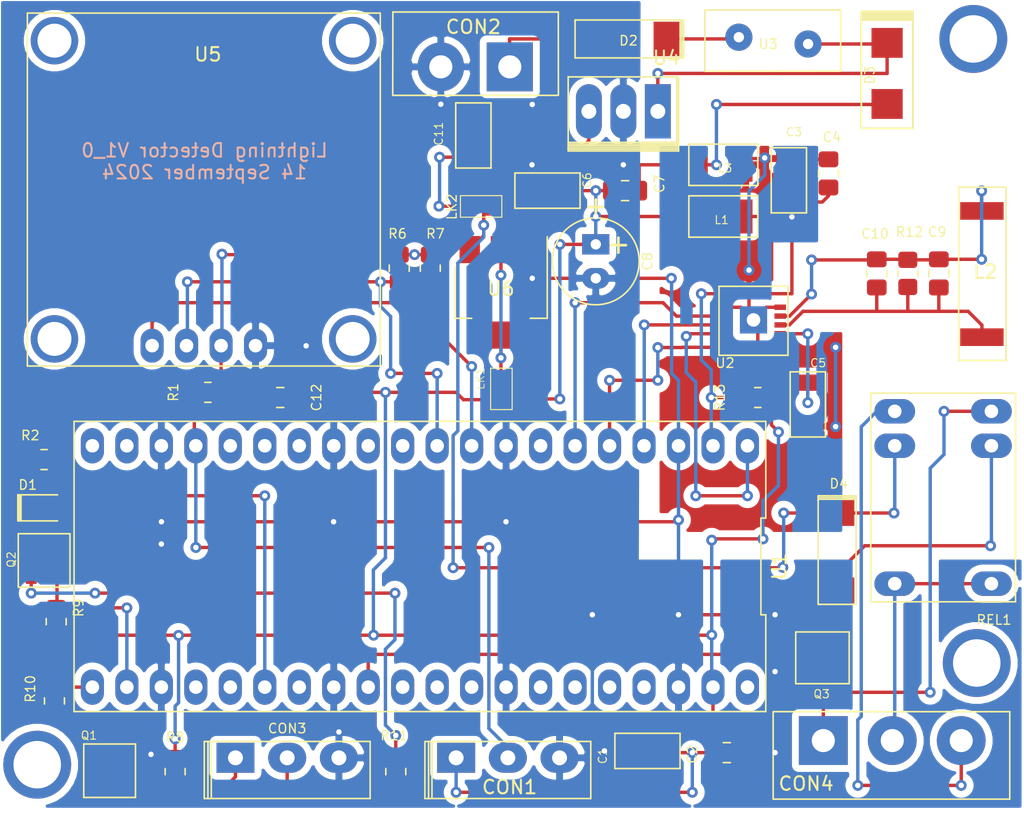
<source format=kicad_pcb>
(kicad_pcb (version 20171130) (host pcbnew "(5.1.10)-1")
  (layers (0 F.Cu signal) (31 B.Cu signal) (34 B.Paste user) (35 F.Paste user) (36 B.SilkS user) (37 F.SilkS user) (38 B.Mask user) (39 F.Mask user) (44 Edge.Cuts user))
  (net 0 "")
  (net 1 GND)
  (net 2 +3V3)
  (net 3 "Net-(C5-Pad1)")
  (net 4 "Net-(CON1-Pad2)")
  (net 5 "Net-(CON2-Pad1)")
  (net 6 UART_RX)
  (net 7 UART_TX)
  (net 8 "Net-(D1-Pad2)")
  (net 9 "Net-(D2-Pad1)")
  (net 10 "Net-(D3-Pad1)")
  (net 11 "Net-(Q1-Pad1)")
  (net 12 PIPICO_UART_RX)
  (net 13 "Net-(Q2-Pad1)")
  (net 14 "Net-(R2-Pad1)")
  (net 15 SCL)
  (net 16 SDA)
  (net 17 PIPICO_UART_TX)
  (net 18 "Net-(U1-Pad40)")
  (net 19 MISO)
  (net 20 ~CS)
  (net 21 "Net-(U1-Pad37)")
  (net 22 SCLK)
  (net 23 "Net-(U1-Pad36)")
  (net 24 MOSI)
  (net 25 "Net-(U1-Pad35)")
  (net 26 IRQ)
  (net 27 "Net-(U1-Pad34)")
  (net 28 "Net-(U1-Pad7)")
  (net 29 "Net-(U1-Pad32)")
  (net 30 "Net-(U1-Pad31)")
  (net 31 "Net-(U1-Pad30)")
  (net 32 "Net-(U1-Pad11)")
  (net 33 "Net-(U1-Pad12)")
  (net 34 "Net-(U1-Pad27)")
  (net 35 "Net-(U1-Pad14)")
  (net 36 "Net-(U1-Pad15)")
  (net 37 "Net-(U1-Pad25)")
  (net 38 "Net-(U1-Pad16)")
  (net 39 "Net-(U1-Pad24)")
  (net 40 "Net-(U1-Pad19)")
  (net 41 "Net-(U1-Pad20)")
  (net 42 "Net-(U2-Pad14)")
  (net 43 "Net-(LK1-Pad1)")
  (net 44 GNDA)
  (net 45 "Net-(C10-Pad1)")
  (net 46 "Net-(C10-Pad2)")
  (net 47 "Net-(C11-Pad1)")
  (net 48 "Net-(CON4-Pad3)")
  (net 49 "Net-(CON4-Pad2)")
  (net 50 "Net-(CON4-Pad1)")
  (net 51 +5V)
  (net 52 "Net-(D4-Pad2)")
  (net 53 +3.3VA)
  (net 54 "Net-(Q3-Pad1)")
  (module IOT360footprints:OLED096B (layer F.Cu) (at 141.351 52.451 180)
    (fp_text reference U5 (at 12.7 -3.048) (layer F.SilkS))
    (fp_text value OLED096B)
    (pad 5 thru_hole circle (at 2.032 -24.003 180) (size 3.5 3.5) (drill 2.5) (layers *.Cu *.Mask))
    (pad 6 thru_hole circle (at 24.003 -24.003 180) (size 3.5 3.5) (drill 2.5) (layers *.Cu *.Mask))
    (pad 8 thru_hole circle (at 24.003 -2.032 180) (size 3.5 3.5) (drill 2.5) (layers *.Cu *.Mask))
    (pad 7 thru_hole circle (at 2.032 -2.032 180) (size 3.5 3.5) (drill 2.5) (layers *.Cu *.Mask))
    (pad 1 thru_hole oval (at 9.19 -24.5 180) (size 1.7 2.5) (drill 1) (layers *.Cu *.Mask) (net 1 GND))
    (pad 2 thru_hole oval (at 11.73 -24.5 180) (size 1.7 2.5) (drill 1) (layers *.Cu *.Mask) (net 2 +3V3))
    (pad 3 thru_hole oval (at 14.27 -24.5 180) (size 1.7 2.5) (drill 1) (layers *.Cu *.Mask) (net 15 SCL))
    (pad 4 thru_hole oval (at 16.81 -24.5 180) (size 1.7 2.5) (drill 1) (layers *.Cu *.Mask) (net 16 SDA))
  )
  (module IOT360footprints:DO214AA (layer F.Cu) (at 178.689 56.896 270)
    (fp_text reference D3 (at 0.127 1.27 90) (layer F.SilkS) (effects (font (size 0.7 0.7) (thickness 0.1))))
    (fp_text value SMBJ20CA)
    (pad 2 smd rect (at 2.25 0 270) (size 2.2 2.3) (layers F.Cu F.Paste F.Mask) (net 1 GND))
    (pad 1 smd rect (at -2.25 0 270) (size 2.2 2.3) (layers F.Cu F.Paste F.Mask) (net 10 "Net-(D3-Pad1)"))
  )
  (module IOT360footprints:TO-220-VERT (layer F.Cu) (at 161.798 59.69 180)
    (fp_text reference U4 (at -0.635 3.937 180) (layer F.SilkS))
    (fp_text value LM7805T hide)
    (pad 1 thru_hole rect (at 0 0 180) (size 1.905 4) (drill 1.1) (layers *.Cu *.Mask) (net 10 "Net-(D3-Pad1)"))
    (pad 2 thru_hole oval (at 2.54 0 180) (size 1.905 4) (drill 1.1) (layers *.Cu *.Mask) (net 1 GND))
    (pad 3 thru_hole oval (at 5.08 0 180) (size 1.905 4) (drill 1.1) (layers *.Cu *.Mask) (net 47 "Net-(C11-Pad1)"))
  )
  (module IOT360footprints:CAP_220uF_16V_DIA6.3 (layer F.Cu) (at 157.226 70.739 270)
    (fp_text reference C8 (at 0 -3.81 90) (layer F.SilkS) (effects (font (size 0.7 0.7) (thickness 0.1))))
    (fp_text value CAP_220uF_16V_DIA6.3)
    (pad 2 thru_hole oval (at 1.25 0 270) (size 1.524 2) (drill 0.762) (layers *.Cu *.Mask) (net 1 GND))
    (pad 1 thru_hole rect (at -1.25 0 270) (size 1.5 2) (drill 0.765) (layers *.Cu *.Mask) (net 2 +3V3))
  )
  (module IOT360footprints:MF-R160 (layer F.Cu) (at 167.767 54.229)
    (fp_text reference U3 (at 2.159 0.508) (layer F.SilkS) (effects (font (size 0.7 0.7) (thickness 0.1))))
    (fp_text value MF-R160)
    (pad 1 thru_hole oval (at 0 0) (size 2 2) (drill 0.762) (layers *.Cu *.Mask) (net 9 "Net-(D2-Pad1)"))
    (pad 2 thru_hole oval (at 5.1 0.5) (size 2 2) (drill 0.762) (layers *.Cu *.Mask) (net 10 "Net-(D3-Pad1)"))
  )
  (module IOT360footprints:2EDGRC-5.08-02P (layer F.Cu) (at 150.876 56.515 180)
    (fp_text reference CON2 (at 2.667 3.048) (layer F.SilkS))
    (fp_text value 2EDGRC-5.08-02P)
    (pad 1 thru_hole rect (at -0.01524 0.10414 270) (size 3.6 3.4) (drill 1.7) (layers *.Cu *.Mask) (net 5 "Net-(CON2-Pad1)"))
    (pad 2 thru_hole oval (at 5.06476 0.10414 270) (size 3.6 3.4) (drill 1.7) (layers *.Cu *.Mask) (net 1 GND))
  )
  (module IOT360footprints:MLPQ16_4x4 (layer F.Cu) (at 170.815 76.073 180)
    (fp_text reference U2 (at 4.064 -2.159) (layer F.SilkS) (effects (font (size 0.7 0.7) (thickness 0.1))))
    (fp_text value AS3935)
    (pad 1 smd rect (at 0 0 180) (size 0.85 0.4) (layers F.Cu F.Paste F.Mask) (net 3 "Net-(C5-Pad1)"))
    (pad 2 smd rect (at 0 0.65 180) (size 0.85 0.4) (layers F.Cu F.Paste F.Mask) (net 45 "Net-(C10-Pad1)"))
    (pad 4 smd rect (at 0 1.95 180) (size 0.85 0.4) (layers F.Cu F.Paste F.Mask) (net 44 GNDA))
    (pad 3 smd rect (at 0 1.3 180) (size 0.85 0.4) (layers F.Cu F.Paste F.Mask) (net 46 "Net-(C10-Pad2)"))
    (pad 11 smd rect (at 3.95 0.65 180) (size 0.85 0.4) (layers F.Cu F.Paste F.Mask) (net 22 SCLK))
    (pad 9 smd rect (at 3.95 1.95 180) (size 0.85 0.4) (layers F.Cu F.Paste F.Mask) (net 44 GNDA))
    (pad 10 smd rect (at 3.95 1.3 180) (size 0.85 0.4) (layers F.Cu F.Paste F.Mask) (net 26 IRQ))
    (pad 12 smd rect (at 3.95 0 180) (size 0.85 0.4) (layers F.Cu F.Paste F.Mask) (net 19 MISO))
    (pad 15 smd rect (at 1.65 -1 270) (size 0.85 0.4) (layers F.Cu F.Paste F.Mask) (net 44 GNDA))
    (pad 16 smd rect (at 1 -1 270) (size 0.85 0.4) (layers F.Cu F.Paste F.Mask) (net 44 GNDA))
    (pad 14 smd rect (at 2.3 -1 270) (size 0.85 0.4) (layers F.Cu F.Paste F.Mask) (net 42 "Net-(U2-Pad14)"))
    (pad 13 smd rect (at 2.95 -1 270) (size 0.85 0.4) (layers F.Cu F.Paste F.Mask) (net 24 MOSI))
    (pad 7 smd rect (at 2.3 2.95 270) (size 0.85 0.4) (layers F.Cu F.Paste F.Mask) (net 44 GNDA))
    (pad 5 smd rect (at 1 2.95 270) (size 0.85 0.4) (layers F.Cu F.Paste F.Mask) (net 53 +3.3VA))
    (pad 6 smd rect (at 1.65 2.95 270) (size 0.85 0.4) (layers F.Cu F.Paste F.Mask) (net 53 +3.3VA))
    (pad 8 smd rect (at 2.95 2.95 270) (size 0.85 0.4) (layers F.Cu F.Paste F.Mask) (net 20 ~CS))
    (pad 17 thru_hole rect (at 1.9685 1.016 270) (size 2 2) (drill 1) (layers *.Cu *.Mask) (net 44 GNDA))
  )
  (module IOT360footprints:1206 (layer F.Cu) (at 161.036 106.807 270)
    (fp_text reference C1 (at 0.381 3.302 90) (layer F.SilkS) (effects (font (size 0.6 0.6) (thickness 0.08))))
    (fp_text value "10 uF" hide)
    (pad 1 smd rect (at 0 1.6 270) (size 1.9 1.2) (layers F.Cu F.Paste F.Mask) (net 1 GND))
    (pad 2 smd rect (at 0 -1.6 270) (size 1.9 1.2) (layers F.Cu F.Paste F.Mask) (net 2 +3V3))
  )
  (module Capacitor_SMD:C_0805_2012Metric_Pad1.18x1.45mm_HandSolder (layer F.Cu) (at 166.878 106.934)
    (fp_text reference C2 (at -2.54 0.127 90) (layer F.SilkS) (effects (font (size 0.7 0.7) (thickness 0.1))))
    (fp_text value "100 nF")
    (pad 1 smd roundrect (at -1.0375 0) (size 1.175 1.45) (layers F.Cu F.Paste F.Mask) (roundrect_rratio 0.212766) (net 2 +3V3))
    (pad 2 smd roundrect (at 1.0375 0) (size 1.175 1.45) (layers F.Cu F.Paste F.Mask) (roundrect_rratio 0.212766) (net 1 GND))
  )
  (module IOT360footprints:1206 (layer F.Cu) (at 171.45 64.77 180)
    (fp_text reference C3 (at -0.381 3.556) (layer F.SilkS) (effects (font (size 0.6 0.6) (thickness 0.08))))
    (fp_text value "10 uF" hide)
    (pad 1 smd rect (at 0 1.6 180) (size 1.9 1.2) (layers F.Cu F.Paste F.Mask) (net 44 GNDA))
    (pad 2 smd rect (at 0 -1.6 180) (size 1.9 1.2) (layers F.Cu F.Paste F.Mask) (net 53 +3.3VA))
  )
  (module Capacitor_SMD:C_0805_2012Metric_Pad1.18x1.45mm_HandSolder (layer F.Cu) (at 174.371 64.262 90)
    (fp_text reference C4 (at 2.667 0.254) (layer F.SilkS) (effects (font (size 0.7 0.7) (thickness 0.1))))
    (fp_text value "100 nF")
    (pad 2 smd roundrect (at 1.0375 0 90) (size 1.175 1.45) (layers F.Cu F.Paste F.Mask) (roundrect_rratio 0.212766) (net 44 GNDA))
    (pad 1 smd roundrect (at -1.0375 0 90) (size 1.175 1.45) (layers F.Cu F.Paste F.Mask) (roundrect_rratio 0.212766) (net 53 +3.3VA))
  )
  (module IOT360footprints:1206 (layer F.Cu) (at 172.847 81.28 180)
    (fp_text reference C5 (at -0.762 3.048 180) (layer F.SilkS) (effects (font (size 0.6 0.6) (thickness 0.08))))
    (fp_text value "10 uF" hide)
    (pad 2 smd rect (at 0 -1.6 180) (size 1.9 1.2) (layers F.Cu F.Paste F.Mask) (net 44 GNDA))
    (pad 1 smd rect (at 0 1.6 180) (size 1.9 1.2) (layers F.Cu F.Paste F.Mask) (net 3 "Net-(C5-Pad1)"))
  )
  (module IOT360footprints:1206 (layer F.Cu) (at 153.67 65.532 270)
    (fp_text reference C6 (at -0.762 -2.921 270) (layer F.SilkS) (effects (font (size 0.6 0.6) (thickness 0.08))))
    (fp_text value "10 uF" hide)
    (pad 2 smd rect (at 0 -1.6 270) (size 1.9 1.2) (layers F.Cu F.Paste F.Mask) (net 2 +3V3))
    (pad 1 smd rect (at 0 1.6 270) (size 1.9 1.2) (layers F.Cu F.Paste F.Mask) (net 1 GND))
  )
  (module Capacitor_SMD:C_0805_2012Metric_Pad1.18x1.45mm_HandSolder (layer F.Cu) (at 159.385 65.532)
    (fp_text reference C7 (at 2.54 -0.508 270) (layer F.SilkS) (effects (font (size 0.7 0.7) (thickness 0.1))))
    (fp_text value "100 nF")
    (pad 1 smd roundrect (at -1.0375 0) (size 1.175 1.45) (layers F.Cu F.Paste F.Mask) (roundrect_rratio 0.212766) (net 2 +3V3))
    (pad 2 smd roundrect (at 1.0375 0) (size 1.175 1.45) (layers F.Cu F.Paste F.Mask) (roundrect_rratio 0.212766) (net 1 GND))
  )
  (module IOT360footprints:15EDGRC-3.81-03P (layer F.Cu) (at 154.559 107.315 180)
    (fp_text reference CON1 (at 3.683 -2.159) (layer F.SilkS))
    (fp_text value 15EDGRC-3.81-03P)
    (pad 1 thru_hole rect (at 7.62 0 180) (size 2.8 2.2) (drill 1.1) (layers *.Cu *.Mask) (net 2 +3V3))
    (pad 2 thru_hole oval (at 3.81 0 180) (size 2.8 2.2) (drill 1.1) (layers *.Cu *.Mask) (net 4 "Net-(CON1-Pad2)"))
    (pad 3 thru_hole oval (at 0 0 180) (size 2.8 2.2) (drill 1.1) (layers *.Cu *.Mask) (net 1 GND))
  )
  (module IOT360footprints:15EDGRC-3.81-03P (layer F.Cu) (at 138.303 107.315 180)
    (fp_text reference CON3 (at 3.81 2.159) (layer F.SilkS) (effects (font (size 0.7 0.7) (thickness 0.1))))
    (fp_text value 15EDGRC-3.81-03P)
    (pad 3 thru_hole oval (at 0 0 180) (size 2.8 2.2) (drill 1.1) (layers *.Cu *.Mask) (net 1 GND))
    (pad 2 thru_hole oval (at 3.81 0 180) (size 2.8 2.2) (drill 1.1) (layers *.Cu *.Mask) (net 6 UART_RX))
    (pad 1 thru_hole rect (at 7.62 0 180) (size 2.8 2.2) (drill 1.1) (layers *.Cu *.Mask) (net 7 UART_TX))
  )
  (module IOT360footprints:LED_0805 (layer F.Cu) (at 116.40174 91.90736)
    (fp_text reference D1 (at -1.016 -4.699) (layer F.SilkS) (effects (font (size 0.7 0.7) (thickness 0.1))))
    (fp_text value LED_0805)
    (pad 2 smd roundrect (at 1.20026 -3.00736) (size 1.15 1.4) (layers F.Cu F.Paste F.Mask) (roundrect_rratio 0.217391) (net 8 "Net-(D1-Pad2)"))
    (pad 1 smd roundrect (at -0.84974 -3.00736) (size 1.15 1.4) (layers F.Cu F.Paste F.Mask) (roundrect_rratio 0.217391) (net 1 GND))
  )
  (module IOT360footprints:DO-213AB (layer F.Cu) (at 162.433 54.356 180)
    (fp_text reference D2 (at 2.794 -0.127) (layer F.SilkS) (effects (font (size 0.7 0.7) (thickness 0.1))))
    (fp_text value SM4007)
    (pad 1 smd rect (at 0 0 180) (size 1.9 2.54) (layers F.Cu F.Paste F.Mask) (net 9 "Net-(D2-Pad1)"))
    (pad 2 smd rect (at 5.7 0 180) (size 1.9 2.54) (layers F.Cu F.Paste F.Mask) (net 5 "Net-(CON2-Pad1)"))
  )
  (module IOT360footprints:SOT_23 (layer F.Cu) (at 121.92 108.077 90)
    (fp_text reference Q1 (at 2.413 -2.032 180) (layer F.SilkS) (effects (font (size 0.6 0.6) (thickness 0.08))))
    (fp_text value "BC807_(LCSC_C466642)" hide)
    (pad 1 smd rect (at -1.27 -1.458 90) (size 1.3 0.8) (layers F.Cu F.Paste F.Mask) (net 11 "Net-(Q1-Pad1)"))
    (pad 2 smd rect (at -1.27 0.442 90) (size 1.3 0.8) (layers F.Cu F.Paste F.Mask) (net 7 UART_TX))
    (pad 3 smd rect (at 1.016 -0.4 90) (size 1.3 0.8) (layers F.Cu F.Paste F.Mask) (net 1 GND))
  )
  (module IOT360footprints:SOT_23 (layer F.Cu) (at 117.094 92.583 90)
    (fp_text reference Q2 (at -0.127 -2.921 90) (layer F.SilkS) (effects (font (size 0.6 0.6) (thickness 0.08))))
    (fp_text value "BC807_(LCSC_C466642)" hide)
    (pad 3 smd rect (at 1.016 -0.4 90) (size 1.3 0.8) (layers F.Cu F.Paste F.Mask) (net 1 GND))
    (pad 2 smd rect (at -1.27 0.442 90) (size 1.3 0.8) (layers F.Cu F.Paste F.Mask) (net 12 PIPICO_UART_RX))
    (pad 1 smd rect (at -1.27 -1.458 90) (size 1.3 0.8) (layers F.Cu F.Paste F.Mask) (net 13 "Net-(Q2-Pad1)"))
  )
  (module Resistor_SMD:R_0805_2012Metric_Pad1.20x1.40mm_HandSolder (layer F.Cu) (at 128.651 80.391 180)
    (fp_text reference R1 (at 2.54 0 270) (layer F.SilkS) (effects (font (size 0.7 0.7) (thickness 0.1))))
    (fp_text value 4K7)
    (pad 1 smd roundrect (at -1 0 180) (size 1.2 1.4) (layers F.Cu F.Paste F.Mask) (roundrect_rratio 0.208333) (net 2 +3V3))
    (pad 2 smd roundrect (at 1 0 180) (size 1.2 1.4) (layers F.Cu F.Paste F.Mask) (roundrect_rratio 0.208333) (net 4 "Net-(CON1-Pad2)"))
  )
  (module Resistor_SMD:R_0805_2012Metric_Pad1.20x1.40mm_HandSolder (layer F.Cu) (at 116.586 85.344 180)
    (fp_text reference R2 (at 1.016 1.778) (layer F.SilkS) (effects (font (size 0.7 0.7) (thickness 0.1))))
    (fp_text value RES_0805)
    (pad 2 smd roundrect (at 1 0 180) (size 1.2 1.4) (layers F.Cu F.Paste F.Mask) (roundrect_rratio 0.208333) (net 8 "Net-(D1-Pad2)"))
    (pad 1 smd roundrect (at -1 0 180) (size 1.2 1.4) (layers F.Cu F.Paste F.Mask) (roundrect_rratio 0.208333) (net 14 "Net-(R2-Pad1)"))
  )
  (module Resistor_SMD:R_0805_2012Metric_Pad1.20x1.40mm_HandSolder (layer F.Cu) (at 142.748 71.247 270)
    (fp_text reference R6 (at -2.54 0.127 180) (layer F.SilkS) (effects (font (size 0.7 0.7) (thickness 0.1))))
    (fp_text value 4K7)
    (pad 2 smd roundrect (at 1 0 270) (size 1.2 1.4) (layers F.Cu F.Paste F.Mask) (roundrect_rratio 0.208333) (net 15 SCL))
    (pad 1 smd roundrect (at -1 0 270) (size 1.2 1.4) (layers F.Cu F.Paste F.Mask) (roundrect_rratio 0.208333) (net 2 +3V3))
  )
  (module Resistor_SMD:R_0805_2012Metric_Pad1.20x1.40mm_HandSolder (layer F.Cu) (at 145.034 71.247 270)
    (fp_text reference R7 (at -2.54 -0.381) (layer F.SilkS) (effects (font (size 0.7 0.7) (thickness 0.1))))
    (fp_text value 4K7)
    (pad 1 smd roundrect (at -1 0 270) (size 1.2 1.4) (layers F.Cu F.Paste F.Mask) (roundrect_rratio 0.208333) (net 2 +3V3))
    (pad 2 smd roundrect (at 1 0 270) (size 1.2 1.4) (layers F.Cu F.Paste F.Mask) (roundrect_rratio 0.208333) (net 16 SDA))
  )
  (module Resistor_SMD:R_0805_2012Metric_Pad1.20x1.40mm_HandSolder (layer F.Cu) (at 126.238 108.331 270)
    (fp_text reference R8 (at -2.54 0 180) (layer F.SilkS) (effects (font (size 0.7 0.7) (thickness 0.1))))
    (fp_text value RES_0805)
    (pad 1 smd roundrect (at -1 0 270) (size 1.2 1.4) (layers F.Cu F.Paste F.Mask) (roundrect_rratio 0.208333) (net 2 +3V3))
    (pad 2 smd roundrect (at 1 0 270) (size 1.2 1.4) (layers F.Cu F.Paste F.Mask) (roundrect_rratio 0.208333) (net 7 UART_TX))
  )
  (module Resistor_SMD:R_0805_2012Metric_Pad1.20x1.40mm_HandSolder (layer F.Cu) (at 117.475 97.282 90)
    (fp_text reference R9 (at 1.016 1.651 90) (layer F.SilkS) (effects (font (size 0.7 0.7) (thickness 0.1))))
    (fp_text value RES_0805)
    (pad 1 smd roundrect (at -1 0 90) (size 1.2 1.4) (layers F.Cu F.Paste F.Mask) (roundrect_rratio 0.208333) (net 2 +3V3))
    (pad 2 smd roundrect (at 1 0 90) (size 1.2 1.4) (layers F.Cu F.Paste F.Mask) (roundrect_rratio 0.208333) (net 12 PIPICO_UART_RX))
  )
  (module Resistor_SMD:R_0805_2012Metric_Pad1.20x1.40mm_HandSolder (layer F.Cu) (at 117.348 103.124 270)
    (fp_text reference R10 (at -0.889 1.778 270) (layer F.SilkS) (effects (font (size 0.7 0.7) (thickness 0.1))))
    (fp_text value RES_0805)
    (pad 2 smd roundrect (at 1 0 270) (size 1.2 1.4) (layers F.Cu F.Paste F.Mask) (roundrect_rratio 0.208333) (net 11 "Net-(Q1-Pad1)"))
    (pad 1 smd roundrect (at -1 0 270) (size 1.2 1.4) (layers F.Cu F.Paste F.Mask) (roundrect_rratio 0.208333) (net 17 PIPICO_UART_TX))
  )
  (module Resistor_SMD:R_0805_2012Metric_Pad1.20x1.40mm_HandSolder (layer F.Cu) (at 142.494 108.331 270)
    (fp_text reference R11 (at -2.667 0.127 180) (layer F.SilkS) (effects (font (size 0.7 0.7) (thickness 0.1))))
    (fp_text value RES_0805)
    (pad 1 smd roundrect (at -1 0 270) (size 1.2 1.4) (layers F.Cu F.Paste F.Mask) (roundrect_rratio 0.208333) (net 13 "Net-(Q2-Pad1)"))
    (pad 2 smd roundrect (at 1 0 270) (size 1.2 1.4) (layers F.Cu F.Paste F.Mask) (roundrect_rratio 0.208333) (net 6 UART_RX))
  )
  (module IOT360footprints:PiPico (layer F.Cu) (at 144.272 93.218 180)
    (fp_text reference U1 (at -26.48 0 90) (layer F.SilkS))
    (fp_text value PiPico)
    (pad 40 thru_hole oval (at -24.13 -8.89 180) (size 1.7 2.6) (drill 1) (layers *.Cu *.Mask) (net 18 "Net-(U1-Pad40)"))
    (pad 1 thru_hole oval (at -24.13 8.89 180) (size 1.7 2.6) (drill 1) (layers *.Cu *.Mask) (net 19 MISO))
    (pad 39 thru_hole oval (at -21.59 -8.89 180) (size 1.7 2.6) (drill 1) (layers *.Cu *.Mask) (net 2 +3V3))
    (pad 2 thru_hole oval (at -21.59 8.89 180) (size 1.7 2.6) (drill 1) (layers *.Cu *.Mask) (net 20 ~CS))
    (pad 38 thru_hole oval (at -19.05 -8.89 180) (size 1.7 2.6) (drill 1) (layers *.Cu *.Mask) (net 1 GND))
    (pad 3 thru_hole oval (at -19.05 8.89 180) (size 1.7 2.6) (drill 1) (layers *.Cu *.Mask) (net 1 GND))
    (pad 37 thru_hole oval (at -16.51 -8.89 180) (size 1.7 2.6) (drill 1) (layers *.Cu *.Mask) (net 21 "Net-(U1-Pad37)"))
    (pad 4 thru_hole oval (at -16.51 8.89 180) (size 1.7 2.6) (drill 1) (layers *.Cu *.Mask) (net 22 SCLK))
    (pad 36 thru_hole oval (at -13.97 -8.89 180) (size 1.7 2.6) (drill 1) (layers *.Cu *.Mask) (net 23 "Net-(U1-Pad36)"))
    (pad 5 thru_hole oval (at -13.97 8.89 180) (size 1.7 2.6) (drill 1) (layers *.Cu *.Mask) (net 24 MOSI))
    (pad 35 thru_hole oval (at -11.43 -8.89 180) (size 1.7 2.6) (drill 1) (layers *.Cu *.Mask) (net 25 "Net-(U1-Pad35)"))
    (pad 6 thru_hole oval (at -11.43 8.89 180) (size 1.7 2.6) (drill 1) (layers *.Cu *.Mask) (net 26 IRQ))
    (pad 34 thru_hole oval (at -8.89 -8.89 180) (size 1.7 2.6) (drill 1) (layers *.Cu *.Mask) (net 27 "Net-(U1-Pad34)"))
    (pad 7 thru_hole oval (at -8.89 8.89 180) (size 1.7 2.6) (drill 1) (layers *.Cu *.Mask) (net 28 "Net-(U1-Pad7)"))
    (pad 33 thru_hole oval (at -6.35 -8.89 180) (size 1.7 2.6) (drill 1) (layers *.Cu *.Mask) (net 1 GND))
    (pad 8 thru_hole oval (at -6.35 8.89 180) (size 1.7 2.6) (drill 1) (layers *.Cu *.Mask) (net 1 GND))
    (pad 32 thru_hole oval (at -3.81 -8.89 180) (size 1.7 2.6) (drill 1) (layers *.Cu *.Mask) (net 29 "Net-(U1-Pad32)"))
    (pad 9 thru_hole oval (at -3.81 8.89 180) (size 1.7 2.6) (drill 1) (layers *.Cu *.Mask) (net 16 SDA))
    (pad 31 thru_hole oval (at -1.27 -8.89 180) (size 1.7 2.6) (drill 1) (layers *.Cu *.Mask) (net 30 "Net-(U1-Pad31)"))
    (pad 10 thru_hole oval (at -1.27 8.89 180) (size 1.7 2.6) (drill 1) (layers *.Cu *.Mask) (net 15 SCL))
    (pad 30 thru_hole oval (at 1.27 -8.89 180) (size 1.7 2.6) (drill 1) (layers *.Cu *.Mask) (net 31 "Net-(U1-Pad30)"))
    (pad 11 thru_hole oval (at 1.27 8.89 180) (size 1.7 2.6) (drill 1) (layers *.Cu *.Mask) (net 32 "Net-(U1-Pad11)"))
    (pad 29 thru_hole oval (at 3.81 -8.89 180) (size 1.7 2.6) (drill 1) (layers *.Cu *.Mask) (net 54 "Net-(Q3-Pad1)"))
    (pad 12 thru_hole oval (at 3.81 8.89 180) (size 1.7 2.6) (drill 1) (layers *.Cu *.Mask) (net 33 "Net-(U1-Pad12)"))
    (pad 28 thru_hole oval (at 6.35 -8.89 180) (size 1.7 2.6) (drill 1) (layers *.Cu *.Mask) (net 1 GND))
    (pad 13 thru_hole oval (at 6.35 8.89 180) (size 1.7 2.6) (drill 1) (layers *.Cu *.Mask) (net 1 GND))
    (pad 27 thru_hole oval (at 8.89 -8.89 180) (size 1.7 2.6) (drill 1) (layers *.Cu *.Mask) (net 34 "Net-(U1-Pad27)"))
    (pad 14 thru_hole oval (at 8.89 8.89 180) (size 1.7 2.6) (drill 1) (layers *.Cu *.Mask) (net 35 "Net-(U1-Pad14)"))
    (pad 26 thru_hole oval (at 11.43 -8.89 180) (size 1.7 2.6) (drill 1) (layers *.Cu *.Mask) (net 14 "Net-(R2-Pad1)"))
    (pad 15 thru_hole oval (at 11.43 8.89 180) (size 1.7 2.6) (drill 1) (layers *.Cu *.Mask) (net 36 "Net-(U1-Pad15)"))
    (pad 25 thru_hole oval (at 13.97 -8.89 180) (size 1.7 2.6) (drill 1) (layers *.Cu *.Mask) (net 37 "Net-(U1-Pad25)"))
    (pad 16 thru_hole oval (at 13.97 8.89 180) (size 1.7 2.6) (drill 1) (layers *.Cu *.Mask) (net 38 "Net-(U1-Pad16)"))
    (pad 24 thru_hole oval (at 16.51 -8.89 180) (size 1.7 2.6) (drill 1) (layers *.Cu *.Mask) (net 39 "Net-(U1-Pad24)"))
    (pad 17 thru_hole oval (at 16.51 8.89 180) (size 1.7 2.6) (drill 1) (layers *.Cu *.Mask) (net 4 "Net-(CON1-Pad2)"))
    (pad 23 thru_hole oval (at 19.05 -8.89 180) (size 1.7 2.6) (drill 1) (layers *.Cu *.Mask) (net 1 GND))
    (pad 18 thru_hole oval (at 19.05 8.89 180) (size 1.7 2.6) (drill 1) (layers *.Cu *.Mask) (net 1 GND))
    (pad 22 thru_hole oval (at 21.59 -8.89 180) (size 1.7 2.6) (drill 1) (layers *.Cu *.Mask) (net 12 PIPICO_UART_RX))
    (pad 19 thru_hole oval (at 21.59 8.89 180) (size 1.7 2.6) (drill 1) (layers *.Cu *.Mask) (net 40 "Net-(U1-Pad19)"))
    (pad 21 thru_hole oval (at 24.13 -8.89 180) (size 1.7 2.6) (drill 1) (layers *.Cu *.Mask) (net 17 PIPICO_UART_TX))
    (pad 20 thru_hole oval (at 24.13 8.89 180) (size 1.7 2.6) (drill 1) (layers *.Cu *.Mask) (net 41 "Net-(U1-Pad20)"))
  )
  (module IOT360footprints:MA5532-AE (layer F.Cu) (at 185.674 76.327 90)
    (fp_text reference L2 (at 4.826 0.254) (layer F.SilkS))
    (fp_text value MA5532-AE)
    (pad 1 smd rect (at 0 0 90) (size 1.3 3.2) (layers F.Cu F.Paste F.Mask) (net 45 "Net-(C10-Pad1)"))
    (pad 2 smd rect (at 9.3 0 90) (size 1.3 3.2) (layers F.Cu F.Paste F.Mask) (net 46 "Net-(C10-Pad2)"))
  )
  (module IOT360footprints:Solder_lnk (layer F.Cu) (at 147.701 80.01 270)
    (fp_text reference LK1 (at -0.635 -1.016 90) (layer F.SilkS) (effects (font (size 0.6 0.6) (thickness 0.06))))
    (fp_text value Solder_lnk)
    (pad 2 smd rect (at 0.9238 -2.5908 270) (size 1 1.4) (layers F.Cu F.Paste F.Mask) (net 2 +3V3))
    (pad 1 smd rect (at -0.6985 -2.5908 270) (size 1 1.4) (layers F.Cu F.Paste F.Mask) (net 43 "Net-(LK1-Pad1)"))
  )
  (module Capacitor_SMD:C_0805_2012Metric_Pad1.18x1.45mm_HandSolder (layer F.Cu) (at 182.499 71.628 90)
    (fp_text reference C9 (at 3.048 -0.127) (layer F.SilkS) (effects (font (size 0.7 0.7) (thickness 0.1))))
    (fp_text value 680pF)
    (pad 1 smd roundrect (at -1.0375 0 90) (size 1.175 1.45) (layers F.Cu F.Paste F.Mask) (roundrect_rratio 0.212766) (net 45 "Net-(C10-Pad1)"))
    (pad 2 smd roundrect (at 1.0375 0 90) (size 1.175 1.45) (layers F.Cu F.Paste F.Mask) (roundrect_rratio 0.212766) (net 46 "Net-(C10-Pad2)"))
  )
  (module Resistor_SMD:R_0805_2012Metric_Pad1.20x1.40mm_HandSolder (layer F.Cu) (at 180.213 71.628 90)
    (fp_text reference R12 (at 3.048 0.127 180) (layer F.SilkS) (effects (font (size 0.7 0.7) (thickness 0.1))))
    (fp_text value 10K)
    (pad 2 smd roundrect (at 1 0 90) (size 1.2 1.4) (layers F.Cu F.Paste F.Mask) (roundrect_rratio 0.208333) (net 46 "Net-(C10-Pad2)"))
    (pad 1 smd roundrect (at -1 0 90) (size 1.2 1.4) (layers F.Cu F.Paste F.Mask) (roundrect_rratio 0.208333) (net 45 "Net-(C10-Pad1)"))
  )
  (module Resistor_SMD:R_0805_2012Metric_Pad1.20x1.40mm_HandSolder (layer F.Cu) (at 169.164 80.772)
    (fp_text reference R13 (at -2.794 0 90) (layer F.SilkS) (effects (font (size 0.7 0.7) (thickness 0.1))))
    (fp_text value 4K7)
    (pad 1 smd roundrect (at -1 0) (size 1.2 1.4) (layers F.Cu F.Paste F.Mask) (roundrect_rratio 0.208333) (net 20 ~CS))
    (pad 2 smd roundrect (at 1 0) (size 1.2 1.4) (layers F.Cu F.Paste F.Mask) (roundrect_rratio 0.208333) (net 2 +3V3))
  )
  (module Capacitor_SMD:C_0805_2012Metric_Pad1.18x1.45mm_HandSolder (layer F.Cu) (at 177.927 71.628 90)
    (fp_text reference C10 (at 2.921 -0.127 180) (layer F.SilkS) (effects (font (size 0.7 0.7) (thickness 0.1))))
    (fp_text value 270pF)
    (pad 1 smd roundrect (at -1.0375 0 90) (size 1.175 1.45) (layers F.Cu F.Paste F.Mask) (roundrect_rratio 0.212766) (net 45 "Net-(C10-Pad1)"))
    (pad 2 smd roundrect (at 1.0375 0 90) (size 1.175 1.45) (layers F.Cu F.Paste F.Mask) (roundrect_rratio 0.212766) (net 46 "Net-(C10-Pad2)"))
  )
  (module IOT360footprints:1206 (layer F.Cu) (at 148.209 61.468)
    (fp_text reference C11 (at -2.554 -0.127 90) (layer F.SilkS) (effects (font (size 0.6 0.6) (thickness 0.08))))
    (fp_text value "10 uF" hide)
    (pad 2 smd rect (at 0 -1.6) (size 1.9 1.2) (layers F.Cu F.Paste F.Mask) (net 1 GND))
    (pad 1 smd rect (at 0 1.6) (size 1.9 1.2) (layers F.Cu F.Paste F.Mask) (net 47 "Net-(C11-Pad1)"))
  )
  (module IOT360footprints:2EDGRC-5.08-03P (layer F.Cu) (at 184.023 113.157)
    (fp_text reference CON4 (at -11.303 -3.937) (layer F.SilkS))
    (fp_text value 2EDGRC-5.08-03P)
    (pad 3 thru_hole oval (at 0.127 -7.112) (size 3.6 3.6) (drill 1.7) (layers *.Cu *.Mask) (net 48 "Net-(CON4-Pad3)"))
    (pad 2 thru_hole oval (at -4.953 -7.112) (size 3.6 3.6) (drill 1.7) (layers *.Cu *.Mask) (net 49 "Net-(CON4-Pad2)"))
    (pad 1 thru_hole rect (at -10.033 -7.112) (size 3.6 3.6) (drill 1.7) (layers *.Cu *.Mask) (net 50 "Net-(CON4-Pad1)"))
  )
  (module IOT360footprints:DO-213AB (layer F.Cu) (at 175.006 89.281 270)
    (fp_text reference D4 (at -2.159 -0.127 180) (layer F.SilkS) (effects (font (size 0.7 0.7) (thickness 0.1))))
    (fp_text value SM4007)
    (pad 1 smd rect (at 0 0 270) (size 1.9 2.54) (layers F.Cu F.Paste F.Mask) (net 51 +5V))
    (pad 2 smd rect (at 5.7 0 270) (size 1.9 2.54) (layers F.Cu F.Paste F.Mask) (net 52 "Net-(D4-Pad2)"))
  )
  (module IOT360footprints:1210 (layer F.Cu) (at 166.624 67.437)
    (fp_text reference L1 (at -0.127 0.254) (layer F.SilkS) (effects (font (size 0.6 0.6) (thickness 0.08))))
    (fp_text value 1210MS-181EJFS)
    (pad 1 smd rect (at -1.65 0) (size 1 2.5) (layers F.Cu F.Paste F.Mask) (net 2 +3V3))
    (pad 2 smd rect (at 1.65 0) (size 1 2.5) (layers F.Cu F.Paste F.Mask) (net 53 +3.3VA))
  )
  (module IOT360footprints:1210 (layer F.Cu) (at 166.624 63.627)
    (fp_text reference L3 (at 0.127 0.254) (layer F.SilkS) (effects (font (size 0.6 0.6) (thickness 0.08))))
    (fp_text value 1210MS-181EJFS)
    (pad 2 smd rect (at 1.65 0) (size 1 2.5) (layers F.Cu F.Paste F.Mask) (net 44 GNDA))
    (pad 1 smd rect (at -1.65 0) (size 1 2.5) (layers F.Cu F.Paste F.Mask) (net 1 GND))
  )
  (module IOT360footprints:Solder_lnk (layer F.Cu) (at 148.6535 69.2658)
    (fp_text reference LK2 (at -2.032 -2.54 90) (layer F.SilkS) (effects (font (size 0.7 0.7) (thickness 0.1))))
    (fp_text value Solder_lnk)
    (pad 2 smd rect (at 0.9238 -2.5908) (size 1 1.4) (layers F.Cu F.Paste F.Mask) (net 51 +5V))
    (pad 1 smd rect (at -0.6985 -2.5908) (size 1 1.4) (layers F.Cu F.Paste F.Mask) (net 47 "Net-(C11-Pad1)"))
  )
  (module IOT360footprints:SOT_23 (layer F.Cu) (at 174.117 100.457)
    (fp_text reference Q3 (at -0.254 2.159) (layer F.SilkS) (effects (font (size 0.6 0.6) (thickness 0.08))))
    (fp_text value "BC817_(LCSC_C2137)" hide)
    (pad 3 smd rect (at 1.016 -0.4) (size 1.3 0.8) (layers F.Cu F.Paste F.Mask) (net 52 "Net-(D4-Pad2)"))
    (pad 2 smd rect (at -1.27 0.442) (size 1.3 0.8) (layers F.Cu F.Paste F.Mask) (net 1 GND))
    (pad 1 smd rect (at -1.27 -1.458) (size 1.3 0.8) (layers F.Cu F.Paste F.Mask) (net 54 "Net-(Q3-Pad1)"))
  )
  (module IOT360footprints:HFD16-5-Z-3N (layer F.Cu) (at 186.309 94.869 90)
    (fp_text reference REL1 (at -2.286 0.254 180) (layer F.SilkS) (effects (font (size 0.7 0.7) (thickness 0.1))))
    (fp_text value HFD16-5-Z-3N)
    (pad 4 thru_hole oval (at 0.381 0.0635 90) (size 1.8 3) (drill 1) (layers *.Cu *.Mask) (net 49 "Net-(CON4-Pad2)"))
    (pad 2 thru_hole oval (at 10.541 0.0635 90) (size 1.8 3) (drill 1) (layers *.Cu *.Mask) (net 52 "Net-(D4-Pad2)"))
    (pad 6 thru_hole oval (at 13.081 0.0635 90) (size 1.8 3) (drill 1) (layers *.Cu *.Mask) (net 50 "Net-(CON4-Pad1)"))
    (pad 3 thru_hole oval (at 0.381 -7.0565 90) (size 1.8 3) (drill 1) (layers *.Cu *.Mask) (net 49 "Net-(CON4-Pad2)"))
    (pad 5 thru_hole oval (at 13.081 -7.0565 90) (size 1.8 3) (drill 1) (layers *.Cu *.Mask) (net 48 "Net-(CON4-Pad3)"))
    (pad 1 thru_hole oval (at 10.541 -7.0565 90) (size 1.8 3) (drill 1) (layers *.Cu *.Mask) (net 51 +5V))
  )
  (module IOT360footprints:SOT_223 (layer F.Cu) (at 146.431 72.644 270)
    (fp_text reference U6 (at 0.127 -3.81 180) (layer F.SilkS))
    (fp_text value LD117_SOT223_3V3)
    (pad 1 smd rect (at -2.769 -6.11 270) (size 2 1.5) (layers F.Cu F.Paste F.Mask) (net 1 GND))
    (pad 3 smd rect (at -2.769 -1.51 270) (size 2 1.5) (layers F.Cu F.Paste F.Mask) (net 51 +5V))
    (pad 2 smd rect (at -2.769 -3.81 270) (size 2 1.5) (layers F.Cu F.Paste F.Mask) (net 43 "Net-(LK1-Pad1)"))
    (pad 4 smd rect (at 3.531 -3.81 270) (size 2 3.8) (layers F.Cu F.Paste F.Mask) (net 43 "Net-(LK1-Pad1)"))
  )
  (module Capacitor_SMD:C_0805_2012Metric_Pad1.18x1.45mm_HandSolder (layer F.Cu) (at 133.985 80.772)
    (fp_text reference C12 (at 2.667 0 90) (layer F.SilkS) (effects (font (size 0.7 0.7) (thickness 0.1))))
    (fp_text value "100 nF")
    (pad 1 smd roundrect (at -1.0375 0) (size 1.175 1.45) (layers F.Cu F.Paste F.Mask) (roundrect_rratio 0.212766) (net 2 +3V3))
    (pad 2 smd roundrect (at 1.0375 0) (size 1.175 1.45) (layers F.Cu F.Paste F.Mask) (roundrect_rratio 0.212766) (net 1 GND))
  )
  (gr_text "Lightning Detector V1_0\n14 September 2024" (at 128.397 63.373) (layer B.SilkS) (effects (font (size 1 1)) (justify mirror)))
  (via (at 185.039 54.356) (size 5) (drill 3.5) (layers F.Cu B.Cu) (net 0))
  (via (at 116.078 107.823) (size 5) (drill 3.5) (layers F.Cu B.Cu) (net 0))
  (via (at 185.293 100.33) (size 5) (drill 3.5) (layers F.Cu B.Cu) (net 0))
  (segment (start 163.322 84.328) (end 163.322 89.789) (width 0.25) (layer B.Cu) (net 1))
  (via (at 163.322 89.789) (size 0.8) (drill 0.4) (layers F.Cu B.Cu) (net 1))
  (segment (start 163.18599 89.92501) (end 150.61299 89.92501) (width 0.25) (layer F.Cu) (net 1))
  (segment (start 163.322 89.789) (end 163.18599 89.92501) (width 0.25) (layer F.Cu) (net 1))
  (segment (start 123.58902 91.567) (end 116.694 91.567) (width 0.25) (layer F.Cu) (net 1))
  (segment (start 115.552 88.9) (end 115.552 91.422) (width 0.25) (layer F.Cu) (net 1))
  (segment (start 115.697 91.567) (end 116.694 91.567) (width 0.25) (layer F.Cu) (net 1))
  (segment (start 115.552 91.422) (end 115.697 91.567) (width 0.25) (layer F.Cu) (net 1))
  (via (at 125.23101 89.92501) (size 0.8) (drill 0.4) (layers F.Cu B.Cu) (net 1))
  (segment (start 125.222 89.916) (end 125.23101 89.92501) (width 0.25) (layer B.Cu) (net 1))
  (segment (start 125.222 84.328) (end 125.222 89.916) (width 0.25) (layer B.Cu) (net 1))
  (segment (start 150.622 84.328) (end 150.622 89.916) (width 0.25) (layer B.Cu) (net 1))
  (segment (start 150.61299 89.92501) (end 137.91299 89.92501) (width 0.25) (layer F.Cu) (net 1))
  (via (at 150.61299 89.92501) (size 0.8) (drill 0.4) (layers F.Cu B.Cu) (net 1))
  (segment (start 137.91299 89.92501) (end 125.23101 89.92501) (width 0.25) (layer F.Cu) (net 1))
  (via (at 137.91299 89.92501) (size 0.8) (drill 0.4) (layers F.Cu B.Cu) (net 1))
  (segment (start 163.322 89.789) (end 163.322 102.108) (width 0.25) (layer B.Cu) (net 1))
  (segment (start 150.622 89.93402) (end 150.61299 89.92501) (width 0.25) (layer B.Cu) (net 1))
  (segment (start 150.622 102.108) (end 150.622 89.93402) (width 0.25) (layer B.Cu) (net 1))
  (segment (start 137.922 89.93402) (end 137.91299 89.92501) (width 0.25) (layer B.Cu) (net 1))
  (segment (start 137.922 102.108) (end 137.922 89.93402) (width 0.25) (layer B.Cu) (net 1))
  (segment (start 125.222 89.93402) (end 125.23101 89.92501) (width 0.25) (layer B.Cu) (net 1))
  (segment (start 125.222 102.108) (end 125.222 89.93402) (width 0.25) (layer B.Cu) (net 1))
  (segment (start 123.58902 91.567) (end 125.222 91.567) (width 0.25) (layer F.Cu) (net 1))
  (via (at 125.222 91.567) (size 0.8) (drill 0.4) (layers F.Cu B.Cu) (net 1))
  (segment (start 167.9155 106.934) (end 170.434 106.934) (width 0.25) (layer F.Cu) (net 1))
  (via (at 170.434 106.934) (size 0.8) (drill 0.4) (layers F.Cu B.Cu) (net 1))
  (segment (start 170.434 106.934) (end 170.434 100.965) (width 0.25) (layer B.Cu) (net 1))
  (via (at 170.434 96.774) (size 0.8) (drill 0.4) (layers F.Cu B.Cu) (net 1))
  (segment (start 170.434 96.774) (end 163.322 96.774) (width 0.25) (layer F.Cu) (net 1))
  (via (at 163.322 96.774) (size 0.8) (drill 0.4) (layers F.Cu B.Cu) (net 1))
  (segment (start 137.922 106.934) (end 138.303 107.315) (width 0.25) (layer B.Cu) (net 1))
  (segment (start 159.436 106.807) (end 157.861 106.807) (width 0.25) (layer F.Cu) (net 1))
  (via (at 157.861 106.807) (size 0.8) (drill 0.4) (layers F.Cu B.Cu) (net 1))
  (segment (start 157.861 106.807) (end 156.972 106.807) (width 0.25) (layer B.Cu) (net 1))
  (segment (start 156.464 107.315) (end 154.559 107.315) (width 0.25) (layer B.Cu) (net 1))
  (segment (start 156.972 106.807) (end 156.464 107.315) (width 0.25) (layer B.Cu) (net 1))
  (segment (start 137.922 102.108) (end 137.922 104.394) (width 0.25) (layer B.Cu) (net 1))
  (segment (start 138.303 104.775) (end 138.303 105.41) (width 0.25) (layer B.Cu) (net 1))
  (segment (start 137.922 104.394) (end 138.303 104.775) (width 0.25) (layer B.Cu) (net 1))
  (segment (start 138.303 105.41) (end 138.303 107.315) (width 0.25) (layer B.Cu) (net 1))
  (via (at 138.303 105.41) (size 0.8) (drill 0.4) (layers F.Cu B.Cu) (net 1))
  (segment (start 157.861 106.807) (end 157.861 105.41) (width 0.25) (layer B.Cu) (net 1))
  (segment (start 157.861 105.41) (end 156.972 104.521) (width 0.25) (layer B.Cu) (net 1))
  (segment (start 156.972 104.521) (end 156.972 102.87) (width 0.25) (layer B.Cu) (net 1))
  (segment (start 156.972 102.87) (end 156.972 96.774) (width 0.25) (layer B.Cu) (net 1))
  (segment (start 163.322 96.774) (end 156.972 96.774) (width 0.25) (layer F.Cu) (net 1))
  (via (at 156.972 96.774) (size 0.8) (drill 0.4) (layers F.Cu B.Cu) (net 1))
  (segment (start 121.52 107.061) (end 124.46 107.061) (width 0.25) (layer F.Cu) (net 1))
  (via (at 124.46 107.061) (size 0.8) (drill 0.4) (layers F.Cu B.Cu) (net 1))
  (segment (start 125.222 102.108) (end 125.222 104.14) (width 0.25) (layer B.Cu) (net 1))
  (segment (start 124.46 104.902) (end 124.46 107.061) (width 0.25) (layer B.Cu) (net 1))
  (segment (start 125.222 104.14) (end 124.46 104.902) (width 0.25) (layer B.Cu) (net 1))
  (segment (start 164.974 63.627) (end 166.116 63.627) (width 0.25) (layer F.Cu) (net 1))
  (via (at 166.116 63.627) (size 0.8) (drill 0.4) (layers F.Cu B.Cu) (net 1))
  (segment (start 166.116 63.627) (end 166.116 59.69) (width 0.25) (layer B.Cu) (net 1))
  (segment (start 166.116 59.69) (end 166.116 59.563) (width 0.25) (layer B.Cu) (net 1))
  (segment (start 166.116 59.563) (end 166.116 59.309) (width 0.25) (layer B.Cu) (net 1))
  (segment (start 166.116 59.309) (end 166.116 59.182) (width 0.25) (layer B.Cu) (net 1))
  (via (at 166.116 59.182) (size 0.8) (drill 0.4) (layers F.Cu B.Cu) (net 1))
  (segment (start 178.653 59.182) (end 178.689 59.146) (width 0.25) (layer F.Cu) (net 1))
  (segment (start 166.116 59.182) (end 178.653 59.182) (width 0.25) (layer F.Cu) (net 1))
  (segment (start 157.226 71.989) (end 152.547 71.989) (width 0.25) (layer F.Cu) (net 1))
  (segment (start 157.226 71.989) (end 162.794 71.989) (width 0.25) (layer F.Cu) (net 1))
  (via (at 162.794 71.989) (size 0.8) (drill 0.4) (layers F.Cu B.Cu) (net 1))
  (via (at 152.547 71.989) (size 0.8) (drill 0.4) (layers F.Cu B.Cu) (net 1))
  (via (at 152.547 59.182) (size 0.8) (drill 0.4) (layers F.Cu B.Cu) (net 1))
  (via (at 152.527 63.627) (size 0.8) (drill 0.4) (layers F.Cu B.Cu) (net 1))
  (segment (start 152.527 65.075) (end 152.07 65.532) (width 0.25) (layer F.Cu) (net 1))
  (segment (start 152.527 63.627) (end 152.527 65.075) (width 0.25) (layer F.Cu) (net 1))
  (segment (start 152.547 69.881) (end 152.541 69.875) (width 0.25) (layer F.Cu) (net 1))
  (segment (start 152.547 71.989) (end 152.547 69.881) (width 0.25) (layer F.Cu) (net 1))
  (segment (start 152.547 63.607) (end 152.527 63.627) (width 0.25) (layer B.Cu) (net 1))
  (segment (start 152.547 59.182) (end 152.547 63.607) (width 0.25) (layer B.Cu) (net 1))
  (segment (start 152.527 71.969) (end 152.547 71.989) (width 0.25) (layer B.Cu) (net 1))
  (segment (start 152.527 63.627) (end 152.527 71.969) (width 0.25) (layer B.Cu) (net 1))
  (segment (start 148.209 59.182) (end 148.209 59.868) (width 0.25) (layer F.Cu) (net 1))
  (segment (start 152.547 59.182) (end 148.209 59.182) (width 0.25) (layer F.Cu) (net 1))
  (segment (start 148.209 59.182) (end 145.923 59.182) (width 0.25) (layer F.Cu) (net 1))
  (segment (start 145.81124 56.41086) (end 145.81124 59.16676) (width 0.25) (layer B.Cu) (net 1))
  (via (at 145.81124 59.16676) (size 0.8) (drill 0.4) (layers F.Cu B.Cu) (net 1))
  (segment (start 160.4225 63.6485) (end 160.401 63.627) (width 0.25) (layer F.Cu) (net 1))
  (segment (start 160.4225 65.532) (end 160.4225 63.6485) (width 0.25) (layer F.Cu) (net 1))
  (segment (start 160.401 63.627) (end 152.527 63.627) (width 0.25) (layer F.Cu) (net 1))
  (segment (start 164.974 63.627) (end 160.401 63.627) (width 0.25) (layer F.Cu) (net 1))
  (segment (start 159.258 59.69) (end 159.258 63.627) (width 0.25) (layer B.Cu) (net 1))
  (via (at 159.258 63.627) (size 0.8) (drill 0.4) (layers F.Cu B.Cu) (net 1))
  (segment (start 172.847 100.899) (end 170.5 100.899) (width 0.25) (layer F.Cu) (net 1))
  (segment (start 170.434 100.965) (end 170.434 96.774) (width 0.25) (layer B.Cu) (net 1))
  (via (at 170.434 100.965) (size 0.8) (drill 0.4) (layers F.Cu B.Cu) (net 1))
  (segment (start 137.922 84.328) (end 137.922 89.916) (width 0.25) (layer B.Cu) (net 1))
  (via (at 137.922 84.328) (size 0.8) (drill 0.4) (layers F.Cu B.Cu) (net 1))
  (segment (start 137.922 84.328) (end 137.922 80.391) (width 0.25) (layer B.Cu) (net 1))
  (segment (start 137.922 80.391) (end 135.89 78.359) (width 0.25) (layer B.Cu) (net 1))
  (segment (start 135.89 78.359) (end 135.89 76.962) (width 0.25) (layer B.Cu) (net 1))
  (via (at 135.89 76.962) (size 0.8) (drill 0.4) (layers F.Cu B.Cu) (net 1))
  (segment (start 132.172 76.962) (end 132.161 76.951) (width 0.25) (layer F.Cu) (net 1))
  (segment (start 135.89 76.962) (end 132.172 76.962) (width 0.25) (layer F.Cu) (net 1))
  (segment (start 163.322 84.328) (end 163.322 79.502) (width 0.25) (layer B.Cu) (net 1))
  (segment (start 163.322 79.502) (end 162.814 78.994) (width 0.25) (layer B.Cu) (net 1))
  (segment (start 162.814 72.009) (end 162.794 71.989) (width 0.25) (layer B.Cu) (net 1))
  (segment (start 162.814 78.994) (end 162.814 72.009) (width 0.25) (layer B.Cu) (net 1))
  (segment (start 135.0225 80.772) (end 137.668 80.772) (width 0.25) (layer F.Cu) (net 1))
  (segment (start 137.922 81.026) (end 137.922 84.328) (width 0.25) (layer F.Cu) (net 1))
  (segment (start 137.668 80.772) (end 137.922 81.026) (width 0.25) (layer F.Cu) (net 1))
  (segment (start 129.687 76.885) (end 129.621 76.951) (width 0.25) (layer B.Cu) (net 2))
  (segment (start 145.034 70.247) (end 143.875 70.247) (width 0.25) (layer F.Cu) (net 2))
  (segment (start 143.875 70.247) (end 142.748 70.247) (width 0.25) (layer F.Cu) (net 2))
  (via (at 143.875 70.247) (size 0.8) (drill 0.4) (layers F.Cu B.Cu) (net 2))
  (segment (start 165.76701 91.28099) (end 165.82999 91.28099) (width 0.25) (layer F.Cu) (net 2))
  (via (at 165.76701 91.28099) (size 0.8) (drill 0.4) (layers F.Cu B.Cu) (net 2))
  (segment (start 165.76701 102.01301) (end 165.862 102.108) (width 0.25) (layer B.Cu) (net 2))
  (segment (start 165.76701 91.28099) (end 165.76701 98.26599) (width 0.25) (layer B.Cu) (net 2))
  (segment (start 117.475 98.282) (end 140.859 98.282) (width 0.25) (layer F.Cu) (net 2))
  (segment (start 165.76701 98.26599) (end 165.76701 102.01301) (width 0.25) (layer B.Cu) (net 2))
  (via (at 165.76701 98.26599) (size 0.8) (drill 0.4) (layers F.Cu B.Cu) (net 2))
  (segment (start 165.862 106.9125) (end 165.8405 106.934) (width 0.25) (layer F.Cu) (net 2))
  (segment (start 165.862 102.108) (end 165.862 106.9125) (width 0.25) (layer F.Cu) (net 2))
  (segment (start 162.763 106.934) (end 162.636 106.807) (width 0.25) (layer F.Cu) (net 2))
  (segment (start 165.8405 106.934) (end 162.763 106.934) (width 0.25) (layer F.Cu) (net 2))
  (segment (start 146.939 107.315) (end 146.939 109.855) (width 0.25) (layer B.Cu) (net 2))
  (via (at 146.939 109.855) (size 0.8) (drill 0.4) (layers F.Cu B.Cu) (net 2))
  (segment (start 146.939 109.855) (end 164.338 109.855) (width 0.25) (layer F.Cu) (net 2))
  (via (at 164.338 109.855) (size 0.8) (drill 0.4) (layers F.Cu B.Cu) (net 2))
  (segment (start 164.338 109.855) (end 164.338 106.934) (width 0.25) (layer B.Cu) (net 2))
  (via (at 164.338 106.934) (size 0.8) (drill 0.4) (layers F.Cu B.Cu) (net 2))
  (segment (start 126.238 107.331) (end 126.238 105.918) (width 0.25) (layer F.Cu) (net 2))
  (via (at 126.238 105.918) (size 0.8) (drill 0.4) (layers F.Cu B.Cu) (net 2))
  (segment (start 126.238 105.918) (end 126.238 103.505) (width 0.25) (layer B.Cu) (net 2))
  (segment (start 126.238 103.505) (end 126.492 103.251) (width 0.25) (layer B.Cu) (net 2))
  (segment (start 126.492 103.251) (end 126.492 98.298) (width 0.25) (layer B.Cu) (net 2))
  (via (at 126.492 98.298) (size 0.8) (drill 0.4) (layers F.Cu B.Cu) (net 2))
  (segment (start 129.621 80.361) (end 129.651 80.391) (width 0.25) (layer F.Cu) (net 2))
  (segment (start 164.974 67.437) (end 157.226 67.437) (width 0.25) (layer F.Cu) (net 2))
  (segment (start 155.27 65.532) (end 158.3475 65.532) (width 0.25) (layer F.Cu) (net 2))
  (via (at 157.226 67.437) (size 0.8) (drill 0.4) (layers F.Cu B.Cu) (net 2))
  (segment (start 157.226 67.437) (end 157.226 69.489) (width 0.25) (layer B.Cu) (net 2))
  (segment (start 157.226 67.437) (end 157.226 65.532) (width 0.25) (layer B.Cu) (net 2))
  (via (at 157.226 65.532) (size 0.8) (drill 0.4) (layers F.Cu B.Cu) (net 2))
  (segment (start 150.2918 80.9338) (end 147.4818 80.9338) (width 0.25) (layer F.Cu) (net 2))
  (segment (start 146.939 80.391) (end 141.732 80.391) (width 0.25) (layer F.Cu) (net 2))
  (segment (start 147.4818 80.9338) (end 146.939 80.391) (width 0.25) (layer F.Cu) (net 2))
  (segment (start 143.875 70.247) (end 129.683 70.247) (width 0.25) (layer F.Cu) (net 2))
  (segment (start 129.687 70.211) (end 129.687 76.885) (width 0.25) (layer B.Cu) (net 2))
  (via (at 129.687 70.211) (size 0.8) (drill 0.4) (layers F.Cu B.Cu) (net 2))
  (via (at 157.226 69.489) (size 0.8) (drill 0.4) (layers F.Cu B.Cu) (net 2))
  (segment (start 157.226 69.489) (end 154.579 69.489) (width 0.25) (layer F.Cu) (net 2))
  (via (at 154.579 69.489) (size 0.8) (drill 0.4) (layers F.Cu B.Cu) (net 2))
  (via (at 154.579 80.879) (size 0.8) (drill 0.4) (layers F.Cu B.Cu) (net 2))
  (segment (start 150.3466 80.879) (end 150.2918 80.9338) (width 0.25) (layer F.Cu) (net 2))
  (segment (start 154.579 80.879) (end 150.3466 80.879) (width 0.25) (layer F.Cu) (net 2))
  (segment (start 154.579 69.489) (end 154.579 80.879) (width 0.25) (layer B.Cu) (net 2))
  (segment (start 170.164 80.772) (end 170.164 82.788) (width 0.25) (layer F.Cu) (net 2))
  (segment (start 170.164 82.788) (end 170.688 83.312) (width 0.25) (layer F.Cu) (net 2))
  (via (at 170.688 83.312) (size 0.8) (drill 0.4) (layers F.Cu B.Cu) (net 2))
  (segment (start 170.688 83.312) (end 170.688 87.249) (width 0.25) (layer B.Cu) (net 2))
  (segment (start 170.688 87.249) (end 169.545 88.392) (width 0.25) (layer B.Cu) (net 2))
  (segment (start 169.545 88.392) (end 169.545 91.186) (width 0.25) (layer B.Cu) (net 2))
  (via (at 169.545 91.186) (size 0.8) (drill 0.4) (layers F.Cu B.Cu) (net 2))
  (segment (start 165.862 91.186) (end 165.76701 91.28099) (width 0.25) (layer F.Cu) (net 2))
  (segment (start 169.545 91.186) (end 165.862 91.186) (width 0.25) (layer F.Cu) (net 2))
  (via (at 141.732 80.391) (size 0.8) (drill 0.4) (layers F.Cu B.Cu) (net 2))
  (segment (start 141.732 80.391) (end 141.732 85.852) (width 0.25) (layer B.Cu) (net 2))
  (segment (start 141.732 85.852) (end 141.732 92.583) (width 0.25) (layer B.Cu) (net 2))
  (segment (start 141.732 92.583) (end 140.843 93.472) (width 0.25) (layer B.Cu) (net 2))
  (segment (start 140.843 93.472) (end 140.843 98.298) (width 0.25) (layer B.Cu) (net 2))
  (segment (start 140.859 98.282) (end 165.719 98.282) (width 0.25) (layer F.Cu) (net 2))
  (via (at 140.859 98.282) (size 0.8) (drill 0.4) (layers F.Cu B.Cu) (net 2))
  (segment (start 141.732 80.391) (end 139.319 80.391) (width 0.25) (layer F.Cu) (net 2))
  (segment (start 139.319 80.391) (end 137.876 78.948) (width 0.25) (layer F.Cu) (net 2))
  (segment (start 129.621 78.948) (end 129.621 80.361) (width 0.25) (layer F.Cu) (net 2))
  (segment (start 129.621 76.951) (end 129.621 78.948) (width 0.25) (layer F.Cu) (net 2))
  (segment (start 132.9475 79.0075) (end 132.888 78.948) (width 0.25) (layer F.Cu) (net 2))
  (segment (start 132.9475 80.772) (end 132.9475 79.0075) (width 0.25) (layer F.Cu) (net 2))
  (segment (start 132.888 78.948) (end 129.621 78.948) (width 0.25) (layer F.Cu) (net 2))
  (segment (start 137.876 78.948) (end 132.888 78.948) (width 0.25) (layer F.Cu) (net 2))
  (segment (start 170.815 76.073) (end 170.942 76.073) (width 0.25) (layer F.Cu) (net 3))
  (segment (start 170.942 76.073) (end 172.847 76.073) (width 0.25) (layer F.Cu) (net 3))
  (via (at 172.847 76.073) (size 0.8) (drill 0.4) (layers F.Cu B.Cu) (net 3))
  (segment (start 172.847 76.073) (end 172.847 81.153) (width 0.25) (layer B.Cu) (net 3))
  (via (at 172.847 81.153) (size 0.8) (drill 0.4) (layers F.Cu B.Cu) (net 3))
  (segment (start 172.847 81.153) (end 172.847 79.68) (width 0.25) (layer F.Cu) (net 3))
  (segment (start 127.651 84.217) (end 127.762 84.328) (width 0.25) (layer F.Cu) (net 4))
  (segment (start 127.651 80.391) (end 127.651 84.217) (width 0.25) (layer F.Cu) (net 4))
  (segment (start 150.749 107.315) (end 150.749 106.553) (width 0.25) (layer B.Cu) (net 4))
  (segment (start 150.749 106.553) (end 149.352 105.156) (width 0.25) (layer B.Cu) (net 4))
  (segment (start 149.352 105.156) (end 149.352 91.821) (width 0.25) (layer B.Cu) (net 4))
  (via (at 149.352 91.821) (size 0.8) (drill 0.4) (layers F.Cu B.Cu) (net 4))
  (segment (start 149.352 91.821) (end 143.002 91.821) (width 0.25) (layer F.Cu) (net 4))
  (segment (start 143.002 91.821) (end 139.827 91.821) (width 0.25) (layer F.Cu) (net 4))
  (segment (start 139.827 91.821) (end 127.762 91.821) (width 0.25) (layer F.Cu) (net 4))
  (via (at 127.762 91.821) (size 0.8) (drill 0.4) (layers F.Cu B.Cu) (net 4))
  (segment (start 127.762 91.821) (end 127.762 84.328) (width 0.25) (layer B.Cu) (net 4))
  (segment (start 156.733 54.356) (end 150.876 54.356) (width 0.25) (layer F.Cu) (net 5))
  (segment (start 150.876 56.39562) (end 150.89124 56.41086) (width 0.25) (layer F.Cu) (net 5))
  (segment (start 150.876 54.356) (end 150.876 56.39562) (width 0.25) (layer F.Cu) (net 5))
  (segment (start 142.494 109.331) (end 142.494 109.855) (width 0.25) (layer F.Cu) (net 6))
  (segment (start 142.494 109.855) (end 142.24 110.109) (width 0.25) (layer F.Cu) (net 6))
  (segment (start 142.24 110.109) (end 134.874 110.109) (width 0.25) (layer F.Cu) (net 6))
  (segment (start 134.493 109.728) (end 134.493 107.315) (width 0.25) (layer F.Cu) (net 6))
  (segment (start 134.874 110.109) (end 134.493 109.728) (width 0.25) (layer F.Cu) (net 6))
  (segment (start 126.222 109.347) (end 126.238 109.331) (width 0.25) (layer F.Cu) (net 7))
  (segment (start 122.362 109.347) (end 126.222 109.347) (width 0.25) (layer F.Cu) (net 7))
  (segment (start 126.238 109.331) (end 130.064 109.331) (width 0.25) (layer F.Cu) (net 7))
  (segment (start 130.683 108.712) (end 130.683 107.315) (width 0.25) (layer F.Cu) (net 7))
  (segment (start 130.064 109.331) (end 130.683 108.712) (width 0.25) (layer F.Cu) (net 7))
  (segment (start 117.602 88.9) (end 117.602 88.519) (width 0.25) (layer F.Cu) (net 8))
  (segment (start 115.586 86.503) (end 115.586 85.344) (width 0.25) (layer F.Cu) (net 8))
  (segment (start 117.602 88.519) (end 115.586 86.503) (width 0.25) (layer F.Cu) (net 8))
  (segment (start 167.64 54.356) (end 167.767 54.229) (width 0.25) (layer F.Cu) (net 9))
  (segment (start 162.433 54.356) (end 167.64 54.356) (width 0.25) (layer F.Cu) (net 9))
  (segment (start 161.798 59.69) (end 161.798 56.896) (width 0.25) (layer F.Cu) (net 10))
  (via (at 161.798 56.896) (size 0.8) (drill 0.4) (layers F.Cu B.Cu) (net 10))
  (segment (start 161.798 56.896) (end 178.689 56.896) (width 0.25) (layer F.Cu) (net 10))
  (segment (start 178.689 56.896) (end 178.689 54.646) (width 0.25) (layer F.Cu) (net 10))
  (segment (start 178.606 54.729) (end 178.689 54.646) (width 0.25) (layer F.Cu) (net 10))
  (segment (start 172.867 54.729) (end 178.606 54.729) (width 0.25) (layer F.Cu) (net 10))
  (segment (start 117.348 104.124) (end 117.586 104.124) (width 0.25) (layer F.Cu) (net 11))
  (segment (start 120.462 107) (end 120.462 109.347) (width 0.25) (layer F.Cu) (net 11))
  (segment (start 117.586 104.124) (end 120.462 107) (width 0.25) (layer F.Cu) (net 11))
  (segment (start 122.682 102.108) (end 122.682 96.266) (width 0.25) (layer B.Cu) (net 12))
  (via (at 122.682 96.266) (size 0.8) (drill 0.4) (layers F.Cu B.Cu) (net 12))
  (segment (start 117.491 96.266) (end 117.475 96.282) (width 0.25) (layer F.Cu) (net 12))
  (segment (start 122.682 96.266) (end 117.491 96.266) (width 0.25) (layer F.Cu) (net 12))
  (segment (start 117.536 96.221) (end 117.475 96.282) (width 0.25) (layer F.Cu) (net 12))
  (segment (start 117.536 93.853) (end 117.536 96.221) (width 0.25) (layer F.Cu) (net 12))
  (segment (start 115.636 93.853) (end 115.636 95.184) (width 0.25) (layer F.Cu) (net 13))
  (via (at 115.636 95.184) (size 0.8) (drill 0.4) (layers F.Cu B.Cu) (net 13))
  (segment (start 115.636 95.184) (end 120.335 95.184) (width 0.25) (layer B.Cu) (net 13))
  (via (at 120.335 95.184) (size 0.8) (drill 0.4) (layers F.Cu B.Cu) (net 13))
  (segment (start 120.335 95.184) (end 142.433 95.184) (width 0.25) (layer F.Cu) (net 13))
  (segment (start 142.494 95.123) (end 142.433 95.184) (width 0.25) (layer F.Cu) (net 13))
  (via (at 142.433 95.184) (size 0.8) (drill 0.4) (layers F.Cu B.Cu) (net 13))
  (segment (start 142.433 95.184) (end 142.433 98.613) (width 0.25) (layer B.Cu) (net 13))
  (segment (start 142.433 98.613) (end 141.732 99.314) (width 0.25) (layer B.Cu) (net 13))
  (segment (start 141.732 99.314) (end 141.732 101.6) (width 0.25) (layer B.Cu) (net 13))
  (segment (start 141.732 101.6) (end 141.732 104.902) (width 0.25) (layer B.Cu) (net 13))
  (segment (start 141.732 104.902) (end 142.494 105.664) (width 0.25) (layer B.Cu) (net 13))
  (via (at 142.494 105.664) (size 0.8) (drill 0.4) (layers F.Cu B.Cu) (net 13))
  (segment (start 142.494 105.664) (end 142.494 107.331) (width 0.25) (layer F.Cu) (net 13))
  (segment (start 117.586 85.344) (end 117.602 85.344) (width 0.25) (layer F.Cu) (net 14))
  (segment (start 117.602 85.344) (end 120.269 88.011) (width 0.25) (layer F.Cu) (net 14))
  (segment (start 120.269 88.011) (end 132.842 88.011) (width 0.25) (layer F.Cu) (net 14))
  (via (at 132.842 88.011) (size 0.8) (drill 0.4) (layers F.Cu B.Cu) (net 14))
  (segment (start 132.842 88.011) (end 132.842 102.108) (width 0.25) (layer B.Cu) (net 14))
  (segment (start 142.748 72.247) (end 141.367 72.247) (width 0.25) (layer F.Cu) (net 15))
  (segment (start 140.605 72.247) (end 127.143 72.247) (width 0.25) (layer F.Cu) (net 15))
  (via (at 127.143 72.247) (size 0.8) (drill 0.4) (layers F.Cu B.Cu) (net 15))
  (segment (start 127.143 76.889) (end 127.081 76.951) (width 0.25) (layer B.Cu) (net 15))
  (segment (start 127.143 72.247) (end 127.143 76.889) (width 0.25) (layer B.Cu) (net 15))
  (segment (start 141.367 72.247) (end 140.605 72.247) (width 0.25) (layer F.Cu) (net 15))
  (via (at 141.367 72.247) (size 0.8) (drill 0.4) (layers F.Cu B.Cu) (net 15))
  (segment (start 141.367 72.247) (end 141.367 74.057) (width 0.25) (layer B.Cu) (net 15))
  (segment (start 145.542 84.328) (end 145.542 78.994) (width 0.25) (layer B.Cu) (net 15))
  (via (at 145.542 78.994) (size 0.8) (drill 0.4) (layers F.Cu B.Cu) (net 15))
  (segment (start 145.542 78.994) (end 142.113 78.994) (width 0.25) (layer F.Cu) (net 15))
  (via (at 142.113 78.994) (size 0.8) (drill 0.4) (layers F.Cu B.Cu) (net 15))
  (segment (start 142.113 78.994) (end 142.113 74.803) (width 0.25) (layer B.Cu) (net 15))
  (segment (start 142.113 74.803) (end 141.367 74.057) (width 0.25) (layer B.Cu) (net 15))
  (segment (start 124.587 76.905) (end 124.541 76.951) (width 0.25) (layer F.Cu) (net 16))
  (segment (start 148.082 84.328) (end 148.082 78.486) (width 0.25) (layer B.Cu) (net 16))
  (via (at 148.082 78.486) (size 0.8) (drill 0.4) (layers F.Cu B.Cu) (net 16))
  (segment (start 148.082 78.486) (end 145.034 75.438) (width 0.25) (layer F.Cu) (net 16))
  (segment (start 124.541 76.951) (end 124.541 75.23) (width 0.25) (layer F.Cu) (net 16))
  (segment (start 124.541 75.23) (end 125.984 73.787) (width 0.25) (layer F.Cu) (net 16))
  (segment (start 125.984 73.787) (end 127 73.787) (width 0.25) (layer F.Cu) (net 16))
  (segment (start 127 73.787) (end 145.034 73.787) (width 0.25) (layer F.Cu) (net 16))
  (segment (start 145.034 73.787) (end 145.034 72.247) (width 0.25) (layer F.Cu) (net 16))
  (segment (start 145.034 75.438) (end 145.034 73.787) (width 0.25) (layer F.Cu) (net 16))
  (segment (start 117.364 102.108) (end 117.348 102.124) (width 0.25) (layer F.Cu) (net 17))
  (segment (start 120.142 102.108) (end 117.364 102.108) (width 0.25) (layer F.Cu) (net 17))
  (segment (start 166.865 76.073) (end 164.084 76.073) (width 0.25) (layer F.Cu) (net 19))
  (segment (start 164.084 76.073) (end 163.8935 76.2635) (width 0.25) (layer F.Cu) (net 19))
  (segment (start 163.8935 76.2635) (end 163.83 76.327) (width 0.25) (layer F.Cu) (net 19))
  (via (at 163.8935 76.2635) (size 0.8) (drill 0.4) (layers F.Cu B.Cu) (net 19))
  (segment (start 163.8935 76.2635) (end 163.8935 78.9305) (width 0.25) (layer B.Cu) (net 19))
  (segment (start 163.8935 78.9305) (end 164.592 79.629) (width 0.25) (layer B.Cu) (net 19))
  (segment (start 164.592 79.629) (end 164.592 84.074) (width 0.25) (layer B.Cu) (net 19))
  (segment (start 164.592 84.074) (end 164.592 88.011) (width 0.25) (layer B.Cu) (net 19))
  (via (at 164.592 88.011) (size 0.8) (drill 0.4) (layers F.Cu B.Cu) (net 19))
  (segment (start 164.592 88.011) (end 168.402 88.011) (width 0.25) (layer F.Cu) (net 19))
  (via (at 168.402 88.011) (size 0.8) (drill 0.4) (layers F.Cu B.Cu) (net 19))
  (segment (start 168.402 88.011) (end 168.402 84.328) (width 0.25) (layer B.Cu) (net 19))
  (segment (start 167.865 73.123) (end 165.002 73.123) (width 0.25) (layer F.Cu) (net 20))
  (via (at 165.002 73.123) (size 0.8) (drill 0.4) (layers F.Cu B.Cu) (net 20))
  (segment (start 165.002 73.123) (end 165.002 78.007) (width 0.25) (layer B.Cu) (net 20))
  (segment (start 165.002 78.007) (end 165.735 78.74) (width 0.25) (layer B.Cu) (net 20))
  (segment (start 165.735 84.201) (end 165.862 84.328) (width 0.25) (layer B.Cu) (net 20))
  (segment (start 165.735 78.74) (end 165.735 84.201) (width 0.25) (layer B.Cu) (net 20))
  (segment (start 168.164 80.772) (end 165.735 80.772) (width 0.25) (layer F.Cu) (net 20))
  (via (at 165.735 80.772) (size 0.8) (drill 0.4) (layers F.Cu B.Cu) (net 20))
  (segment (start 166.865 75.423) (end 160.797 75.423) (width 0.25) (layer F.Cu) (net 22))
  (via (at 160.797 75.423) (size 0.8) (drill 0.4) (layers F.Cu B.Cu) (net 22))
  (segment (start 160.797 84.313) (end 160.782 84.328) (width 0.25) (layer B.Cu) (net 22))
  (segment (start 160.797 75.423) (end 160.797 84.313) (width 0.25) (layer B.Cu) (net 22))
  (segment (start 167.865 77.073) (end 163.592 77.073) (width 0.25) (layer F.Cu) (net 24))
  (segment (start 163.592 77.073) (end 163.576 77.089) (width 0.25) (layer F.Cu) (net 24))
  (segment (start 163.576 77.089) (end 161.798 77.089) (width 0.25) (layer F.Cu) (net 24))
  (via (at 161.798 77.089) (size 0.8) (drill 0.4) (layers F.Cu B.Cu) (net 24))
  (segment (start 161.798 77.089) (end 161.798 79.502) (width 0.25) (layer B.Cu) (net 24))
  (via (at 161.798 79.502) (size 0.8) (drill 0.4) (layers F.Cu B.Cu) (net 24))
  (segment (start 161.798 79.502) (end 158.242 79.502) (width 0.25) (layer F.Cu) (net 24))
  (via (at 158.242 79.502) (size 0.8) (drill 0.4) (layers F.Cu B.Cu) (net 24))
  (segment (start 158.242 79.502) (end 158.242 84.328) (width 0.25) (layer F.Cu) (net 24))
  (segment (start 166.865 74.773) (end 163.165 74.773) (width 0.25) (layer F.Cu) (net 26))
  (segment (start 163.165 74.773) (end 162.179 73.787) (width 0.25) (layer F.Cu) (net 26))
  (segment (start 162.179 73.787) (end 161.036 73.787) (width 0.25) (layer F.Cu) (net 26))
  (segment (start 161.036 73.787) (end 155.702 73.787) (width 0.25) (layer F.Cu) (net 26))
  (via (at 155.702 73.787) (size 0.8) (drill 0.4) (layers F.Cu B.Cu) (net 26))
  (segment (start 155.702 73.787) (end 155.702 84.328) (width 0.25) (layer B.Cu) (net 26))
  (segment (start 150.241 69.875) (end 150.241 71.755) (width 0.25) (layer F.Cu) (net 43))
  (via (at 150.241 71.755) (size 0.8) (drill 0.4) (layers F.Cu B.Cu) (net 43))
  (segment (start 150.241 71.755) (end 150.241 77.851) (width 0.25) (layer B.Cu) (net 43))
  (via (at 150.241 77.851) (size 0.8) (drill 0.4) (layers F.Cu B.Cu) (net 43))
  (segment (start 150.241 79.2607) (end 150.2918 79.3115) (width 0.25) (layer F.Cu) (net 43))
  (segment (start 150.241 77.851) (end 150.241 79.2607) (width 0.25) (layer F.Cu) (net 43))
  (segment (start 150.241 77.851) (end 150.241 76.175) (width 0.25) (layer F.Cu) (net 43))
  (segment (start 169.815 77.073) (end 169.165 77.073) (width 0.25) (layer F.Cu) (net 44))
  (segment (start 169.165 75.3755) (end 168.8465 75.057) (width 0.25) (layer F.Cu) (net 44))
  (segment (start 169.165 77.073) (end 169.165 75.3755) (width 0.25) (layer F.Cu) (net 44))
  (segment (start 168.515 74.7255) (end 168.8465 75.057) (width 0.25) (layer F.Cu) (net 44))
  (segment (start 168.515 73.123) (end 168.515 74.7255) (width 0.25) (layer F.Cu) (net 44))
  (segment (start 167.9125 74.123) (end 168.8465 75.057) (width 0.25) (layer F.Cu) (net 44))
  (segment (start 166.865 74.123) (end 167.9125 74.123) (width 0.25) (layer F.Cu) (net 44))
  (segment (start 169.7805 74.123) (end 168.8465 75.057) (width 0.25) (layer F.Cu) (net 44))
  (segment (start 170.815 74.123) (end 169.7805 74.123) (width 0.25) (layer F.Cu) (net 44))
  (segment (start 171.5045 63.2245) (end 171.45 63.17) (width 0.25) (layer F.Cu) (net 44))
  (segment (start 174.371 63.2245) (end 171.5045 63.2245) (width 0.25) (layer F.Cu) (net 44))
  (segment (start 168.731 63.17) (end 168.274 63.627) (width 0.25) (layer F.Cu) (net 44))
  (segment (start 171.45 63.17) (end 168.731 63.17) (width 0.25) (layer F.Cu) (net 44))
  (segment (start 168.515 73.123) (end 168.515 71.388) (width 0.25) (layer F.Cu) (net 44))
  (via (at 168.515 71.388) (size 0.8) (drill 0.4) (layers F.Cu B.Cu) (net 44))
  (segment (start 168.515 71.388) (end 168.515 65.546) (width 0.25) (layer B.Cu) (net 44))
  (segment (start 168.515 65.546) (end 169.672 64.389) (width 0.25) (layer B.Cu) (net 44))
  (segment (start 169.672 64.389) (end 169.672 63.119) (width 0.25) (layer B.Cu) (net 44))
  (via (at 169.672 63.119) (size 0.8) (drill 0.4) (layers F.Cu B.Cu) (net 44))
  (segment (start 169.815 77.073) (end 174.895 77.073) (width 0.25) (layer F.Cu) (net 44))
  (segment (start 174.895 77.073) (end 174.99 77.073) (width 0.25) (layer F.Cu) (net 44))
  (via (at 174.895 77.073) (size 0.8) (drill 0.4) (layers F.Cu B.Cu) (net 44))
  (segment (start 174.895 77.073) (end 174.895 82.915) (width 0.25) (layer B.Cu) (net 44))
  (segment (start 174.879 82.931) (end 174.895 82.915) (width 0.25) (layer B.Cu) (net 44))
  (via (at 174.895 82.915) (size 0.8) (drill 0.4) (layers F.Cu B.Cu) (net 44))
  (segment (start 172.882 82.915) (end 172.847 82.88) (width 0.25) (layer F.Cu) (net 44))
  (segment (start 174.895 82.915) (end 172.882 82.915) (width 0.25) (layer F.Cu) (net 44))
  (segment (start 185.674 75.438) (end 185.674 76.327) (width 0.25) (layer F.Cu) (net 45))
  (segment (start 184.658 74.422) (end 185.674 75.438) (width 0.25) (layer F.Cu) (net 45))
  (segment (start 171.49 75.423) (end 172.491 74.422) (width 0.25) (layer F.Cu) (net 45))
  (segment (start 170.815 75.423) (end 171.49 75.423) (width 0.25) (layer F.Cu) (net 45))
  (segment (start 182.499 72.6655) (end 182.499 74.422) (width 0.25) (layer F.Cu) (net 45))
  (segment (start 182.499 74.422) (end 184.658 74.422) (width 0.25) (layer F.Cu) (net 45))
  (segment (start 180.213 72.628) (end 180.213 74.422) (width 0.25) (layer F.Cu) (net 45))
  (segment (start 180.213 74.422) (end 182.499 74.422) (width 0.25) (layer F.Cu) (net 45))
  (segment (start 177.927 72.6655) (end 177.927 74.422) (width 0.25) (layer F.Cu) (net 45))
  (segment (start 177.927 74.422) (end 180.213 74.422) (width 0.25) (layer F.Cu) (net 45))
  (segment (start 172.491 74.422) (end 177.927 74.422) (width 0.25) (layer F.Cu) (net 45))
  (segment (start 171.50359 74.773) (end 173.12459 73.152) (width 0.25) (layer F.Cu) (net 46))
  (segment (start 170.815 74.773) (end 171.50359 74.773) (width 0.25) (layer F.Cu) (net 46))
  (via (at 173.12459 73.152) (size 0.8) (drill 0.4) (layers F.Cu B.Cu) (net 46))
  (segment (start 173.12459 73.152) (end 173.12459 70.63559) (width 0.25) (layer B.Cu) (net 46))
  (via (at 173.12459 70.63559) (size 0.8) (drill 0.4) (layers F.Cu B.Cu) (net 46))
  (segment (start 177.88191 70.63559) (end 177.927 70.5905) (width 0.25) (layer F.Cu) (net 46))
  (segment (start 173.12459 70.63559) (end 177.88191 70.63559) (width 0.25) (layer F.Cu) (net 46))
  (segment (start 180.1755 70.5905) (end 180.213 70.628) (width 0.25) (layer F.Cu) (net 46))
  (segment (start 177.927 70.5905) (end 180.1755 70.5905) (width 0.25) (layer F.Cu) (net 46))
  (segment (start 182.4615 70.628) (end 182.499 70.5905) (width 0.25) (layer F.Cu) (net 46))
  (segment (start 180.213 70.628) (end 182.4615 70.628) (width 0.25) (layer F.Cu) (net 46))
  (segment (start 182.499 70.5905) (end 185.6525 70.5905) (width 0.25) (layer F.Cu) (net 46))
  (via (at 185.6525 70.5905) (size 0.8) (drill 0.4) (layers F.Cu B.Cu) (net 46))
  (segment (start 185.6525 70.5905) (end 185.6525 65.5535) (width 0.25) (layer B.Cu) (net 46))
  (via (at 185.6525 65.5535) (size 0.8) (drill 0.4) (layers F.Cu B.Cu) (net 46))
  (segment (start 185.6525 67.0055) (end 185.674 67.027) (width 0.25) (layer F.Cu) (net 46))
  (segment (start 185.6525 65.5535) (end 185.6525 67.0055) (width 0.25) (layer F.Cu) (net 46))
  (segment (start 148.209 66.421) (end 147.955 66.675) (width 0.25) (layer F.Cu) (net 47))
  (segment (start 148.209 63.068) (end 145.72 63.068) (width 0.25) (layer F.Cu) (net 47))
  (segment (start 147.955 66.675) (end 145.669 66.675) (width 0.25) (layer F.Cu) (net 47))
  (via (at 145.72 63.068) (size 0.8) (drill 0.4) (layers F.Cu B.Cu) (net 47))
  (via (at 145.669 66.675) (size 0.8) (drill 0.4) (layers F.Cu B.Cu) (net 47))
  (segment (start 145.72 66.624) (end 145.669 66.675) (width 0.25) (layer B.Cu) (net 47))
  (segment (start 145.72 63.068) (end 145.72 66.624) (width 0.25) (layer B.Cu) (net 47))
  (segment (start 156.718 61.849) (end 156.718 59.69) (width 0.25) (layer F.Cu) (net 47))
  (segment (start 156.21 62.357) (end 156.718 61.849) (width 0.25) (layer F.Cu) (net 47))
  (segment (start 148.336 62.357) (end 156.21 62.357) (width 0.25) (layer F.Cu) (net 47))
  (segment (start 148.209 62.484) (end 148.336 62.357) (width 0.25) (layer F.Cu) (net 47))
  (segment (start 148.209 63.068) (end 148.209 62.484) (width 0.25) (layer F.Cu) (net 47))
  (segment (start 179.2525 81.788) (end 177.927 81.788) (width 0.25) (layer B.Cu) (net 48))
  (segment (start 177.927 81.788) (end 177.42749 82.28751) (width 0.25) (layer B.Cu) (net 48))
  (segment (start 177.42749 82.28751) (end 176.784 82.931) (width 0.25) (layer B.Cu) (net 48))
  (segment (start 176.784 82.931) (end 176.784 102.235) (width 0.25) (layer B.Cu) (net 48))
  (segment (start 176.784 102.235) (end 176.784 104.267) (width 0.25) (layer B.Cu) (net 48))
  (segment (start 176.784 104.267) (end 176.53 104.521) (width 0.25) (layer B.Cu) (net 48))
  (segment (start 176.53 104.521) (end 176.53 109.347) (width 0.25) (layer B.Cu) (net 48))
  (via (at 176.53 109.347) (size 0.8) (drill 0.4) (layers F.Cu B.Cu) (net 48))
  (segment (start 176.53 109.347) (end 184.15 109.347) (width 0.25) (layer F.Cu) (net 48))
  (via (at 184.15 109.347) (size 0.8) (drill 0.4) (layers F.Cu B.Cu) (net 48))
  (segment (start 184.15 106.045) (end 184.15 109.347) (width 0.25) (layer F.Cu) (net 48))
  (segment (start 186.3725 94.488) (end 179.2525 94.488) (width 0.25) (layer F.Cu) (net 49))
  (segment (start 179.2525 105.8625) (end 179.07 106.045) (width 0.25) (layer B.Cu) (net 49))
  (segment (start 179.2525 94.488) (end 179.2525 105.8625) (width 0.25) (layer B.Cu) (net 49))
  (segment (start 173.99 106.045) (end 173.99 103.505) (width 0.25) (layer F.Cu) (net 50))
  (segment (start 173.99 103.505) (end 175.006 102.489) (width 0.25) (layer F.Cu) (net 50))
  (segment (start 175.006 102.489) (end 181.864 102.489) (width 0.25) (layer F.Cu) (net 50))
  (via (at 181.864 102.489) (size 0.8) (drill 0.4) (layers F.Cu B.Cu) (net 50))
  (segment (start 181.864 102.489) (end 181.864 85.979) (width 0.25) (layer B.Cu) (net 50))
  (segment (start 181.864 85.979) (end 182.88 84.963) (width 0.25) (layer B.Cu) (net 50))
  (segment (start 182.88 84.963) (end 182.88 81.788) (width 0.25) (layer B.Cu) (net 50))
  (via (at 182.88 81.788) (size 0.8) (drill 0.4) (layers F.Cu B.Cu) (net 50))
  (segment (start 182.88 81.788) (end 186.3725 81.788) (width 0.25) (layer F.Cu) (net 50))
  (segment (start 147.941 69.875) (end 148.971 68.845) (width 0.25) (layer F.Cu) (net 51))
  (segment (start 148.971 68.845) (end 148.971 68.072) (width 0.25) (layer F.Cu) (net 51))
  (segment (start 148.971 66.675) (end 149.5773 66.675) (width 0.25) (layer F.Cu) (net 51))
  (segment (start 148.971 68.072) (end 148.971 66.675) (width 0.25) (layer F.Cu) (net 51))
  (via (at 148.971 68.072) (size 0.8) (drill 0.4) (layers F.Cu B.Cu) (net 51))
  (segment (start 148.971 68.072) (end 148.971 68.961) (width 0.25) (layer B.Cu) (net 51))
  (segment (start 148.971 68.961) (end 147.066 70.866) (width 0.25) (layer B.Cu) (net 51))
  (segment (start 146.71701 83.581275) (end 146.71701 88.61399) (width 0.25) (layer B.Cu) (net 51))
  (segment (start 147.066 83.232285) (end 146.71701 83.581275) (width 0.25) (layer B.Cu) (net 51))
  (segment (start 147.066 70.866) (end 147.066 83.232285) (width 0.25) (layer B.Cu) (net 51))
  (segment (start 146.71701 88.61399) (end 146.71701 93.31299) (width 0.25) (layer B.Cu) (net 51))
  (via (at 146.71701 93.31299) (size 0.8) (drill 0.4) (layers F.Cu B.Cu) (net 51))
  (segment (start 170.97401 93.31299) (end 171.0055 93.2815) (width 0.25) (layer F.Cu) (net 51))
  (segment (start 146.71701 93.31299) (end 170.97401 93.31299) (width 0.25) (layer F.Cu) (net 51))
  (via (at 171.0055 93.2815) (size 0.8) (drill 0.4) (layers F.Cu B.Cu) (net 51))
  (segment (start 175.006 89.281) (end 171.069 89.281) (width 0.25) (layer F.Cu) (net 51))
  (segment (start 171.069 89.281) (end 170.815 89.281) (width 0.25) (layer F.Cu) (net 51))
  (via (at 171.069 89.281) (size 0.8) (drill 0.4) (layers F.Cu B.Cu) (net 51))
  (segment (start 171.069 93.218) (end 171.0055 93.2815) (width 0.25) (layer B.Cu) (net 51))
  (segment (start 171.069 89.281) (end 171.069 93.218) (width 0.25) (layer B.Cu) (net 51))
  (segment (start 175.006 89.281) (end 179.197 89.281) (width 0.25) (layer F.Cu) (net 51))
  (via (at 179.197 89.281) (size 0.8) (drill 0.4) (layers F.Cu B.Cu) (net 51))
  (segment (start 179.2525 89.2255) (end 179.197 89.281) (width 0.25) (layer B.Cu) (net 51))
  (segment (start 179.2525 84.328) (end 179.2525 89.2255) (width 0.25) (layer B.Cu) (net 51))
  (segment (start 175.006 94.981) (end 175.006 93.726) (width 0.25) (layer F.Cu) (net 52))
  (segment (start 175.006 93.726) (end 177.038 91.694) (width 0.25) (layer F.Cu) (net 52))
  (segment (start 177.038 91.694) (end 186.309 91.694) (width 0.25) (layer F.Cu) (net 52))
  (via (at 186.309 91.694) (size 0.8) (drill 0.4) (layers F.Cu B.Cu) (net 52))
  (segment (start 186.3725 91.6305) (end 186.309 91.694) (width 0.25) (layer B.Cu) (net 52))
  (segment (start 186.3725 84.328) (end 186.3725 91.6305) (width 0.25) (layer B.Cu) (net 52))
  (segment (start 175.006 99.93) (end 175.133 100.057) (width 0.25) (layer F.Cu) (net 52))
  (segment (start 175.006 94.981) (end 175.006 99.93) (width 0.25) (layer F.Cu) (net 52))
  (segment (start 169.815 73.123) (end 169.165 73.123) (width 0.25) (layer F.Cu) (net 53))
  (segment (start 171.45 66.37) (end 173.914 66.37) (width 0.25) (layer F.Cu) (net 53))
  (segment (start 174.371 65.913) (end 174.371 65.2995) (width 0.25) (layer F.Cu) (net 53))
  (segment (start 173.914 66.37) (end 174.371 65.913) (width 0.25) (layer F.Cu) (net 53))
  (segment (start 169.815 73.123) (end 171.675 73.123) (width 0.25) (layer F.Cu) (net 53))
  (segment (start 171.675 66.595) (end 171.45 66.37) (width 0.25) (layer F.Cu) (net 53))
  (segment (start 171.646 67.437) (end 171.675 67.408) (width 0.25) (layer F.Cu) (net 53))
  (segment (start 168.274 67.437) (end 171.646 67.437) (width 0.25) (layer F.Cu) (net 53))
  (segment (start 171.675 67.408) (end 171.675 66.595) (width 0.25) (layer F.Cu) (net 53))
  (segment (start 171.675 73.123) (end 171.675 67.466) (width 0.25) (layer F.Cu) (net 53))
  (segment (start 171.675 67.466) (end 171.675 67.408) (width 0.25) (layer F.Cu) (net 53))
  (via (at 171.675 67.466) (size 0.8) (drill 0.4) (layers F.Cu B.Cu) (net 53))
  (segment (start 140.462 100.203) (end 140.462 102.108) (width 0.25) (layer F.Cu) (net 54))
  (segment (start 140.97 99.695) (end 140.462 100.203) (width 0.25) (layer F.Cu) (net 54))
  (segment (start 168.529 99.695) (end 140.97 99.695) (width 0.25) (layer F.Cu) (net 54))
  (segment (start 169.225 98.999) (end 168.529 99.695) (width 0.25) (layer F.Cu) (net 54))
  (segment (start 172.847 98.999) (end 169.225 98.999) (width 0.25) (layer F.Cu) (net 54))
  (zone (net 44) (net_name GNDA) (layer F.Cu) (connect_pads (clearance 0.508)) (min_thickness 0.254) (fill yes (arc_segments 32) (thermal_gap 0.508) (thermal_bridge_width 0.508))
    (polygon (pts (xy 173.609 69.342) (xy 170.307 69.342) (xy 170.307 76.073) (xy 175.387 75.946) (xy 175.387 90.678) (xy 161.925 90.678) (xy 161.925 62.23) (xy 173.609 62.23)))
  )
  (zone (net 53) (net_name +3.3VA) (layer B.Cu) (connect_pads (clearance 0.508)) (min_thickness 0.254) (fill yes (arc_segments 32) (thermal_gap 0.508) (thermal_bridge_width 0.508))
    (polygon (pts (xy 173.609 69.342) (xy 170.18 69.342) (xy 170.18 75.946) (xy 175.387 75.946) (xy 175.387 90.678) (xy 161.925 90.678) (xy 161.925 62.23) (xy 173.609 62.23)))
  )
  (zone (net 1) (net_name GND) (layer B.Cu) (connect_pads (clearance 0.508)) (min_thickness 0.254) (fill yes (arc_segments 32) (thermal_gap 0.508) (thermal_bridge_width 0.508))
    (polygon (pts (xy 160.401 92.71) (xy 188.595 92.71) (xy 188.595 110.998) (xy 113.411 110.998) (xy 113.411 51.562) (xy 160.528 51.562)))
  )
)
</source>
